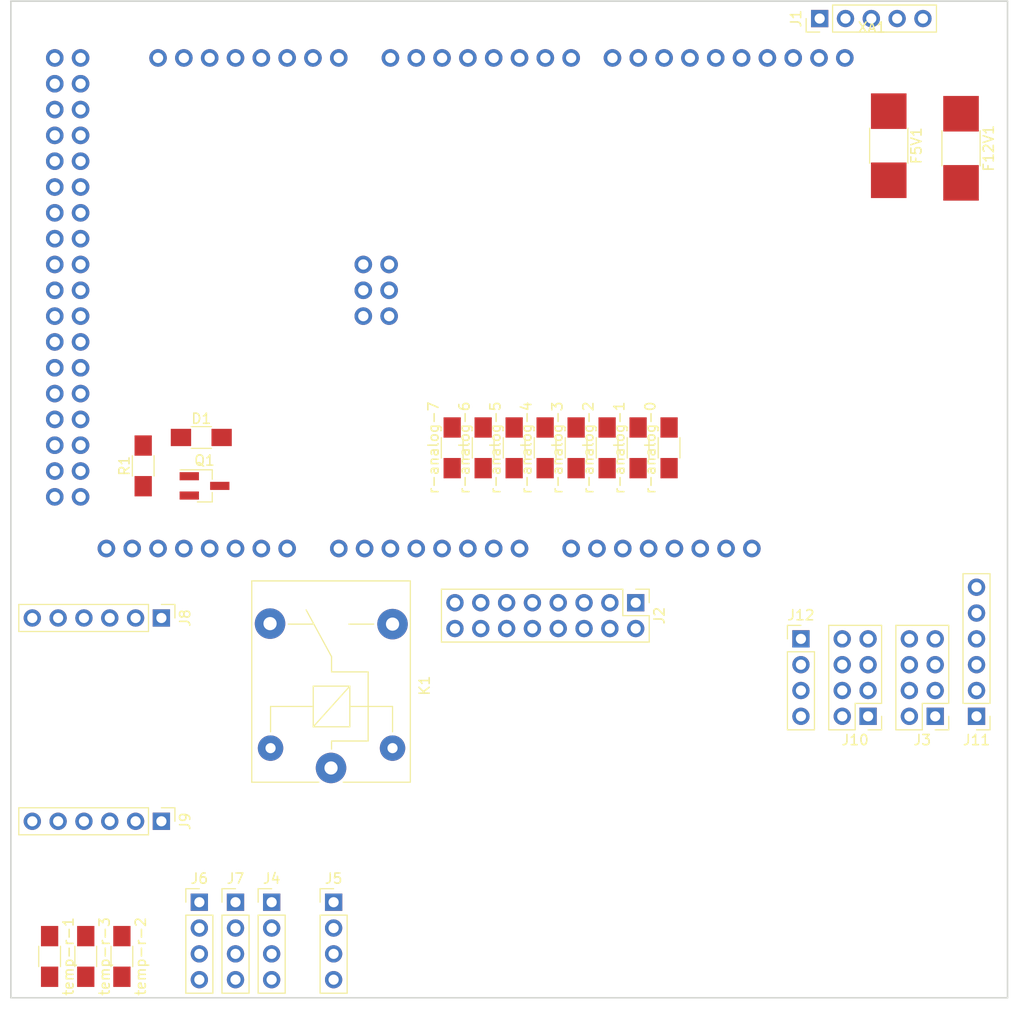
<source format=kicad_pcb>
(kicad_pcb (version 4) (host pcbnew 4.0.7)

  (general
    (links 105)
    (no_connects 105)
    (area 22.276999 24.308999 120.471001 122.503001)
    (thickness 1.6)
    (drawings 4)
    (tracks 0)
    (zones 0)
    (modules 30)
    (nets 46)
  )

  (page A4)
  (layers
    (0 F.Cu signal)
    (31 B.Cu signal)
    (32 B.Adhes user)
    (33 F.Adhes user)
    (34 B.Paste user)
    (35 F.Paste user)
    (36 B.SilkS user)
    (37 F.SilkS user)
    (38 B.Mask user)
    (39 F.Mask user)
    (40 Dwgs.User user)
    (41 Cmts.User user)
    (42 Eco1.User user)
    (43 Eco2.User user)
    (44 Edge.Cuts user)
    (45 Margin user)
    (46 B.CrtYd user)
    (47 F.CrtYd user)
    (48 B.Fab user)
    (49 F.Fab user)
  )

  (setup
    (last_trace_width 0.25)
    (trace_clearance 0.2)
    (zone_clearance 0.508)
    (zone_45_only yes)
    (trace_min 0.2)
    (segment_width 0.2)
    (edge_width 0.15)
    (via_size 0.6)
    (via_drill 0.4)
    (via_min_size 0.4)
    (via_min_drill 0.3)
    (uvia_size 0.3)
    (uvia_drill 0.1)
    (uvias_allowed no)
    (uvia_min_size 0.2)
    (uvia_min_drill 0.1)
    (pcb_text_width 0.3)
    (pcb_text_size 1.5 1.5)
    (mod_edge_width 0.15)
    (mod_text_size 1 1)
    (mod_text_width 0.15)
    (pad_size 1.524 1.524)
    (pad_drill 0.762)
    (pad_to_mask_clearance 0.2)
    (aux_axis_origin 0 0)
    (visible_elements 7FFFF7FF)
    (pcbplotparams
      (layerselection 0x010f0_80000001)
      (usegerberextensions true)
      (excludeedgelayer true)
      (linewidth 0.100000)
      (plotframeref false)
      (viasonmask false)
      (mode 1)
      (useauxorigin false)
      (hpglpennumber 1)
      (hpglpenspeed 20)
      (hpglpendiameter 15)
      (hpglpenoverlay 2)
      (psnegative false)
      (psa4output false)
      (plotreference true)
      (plotvalue true)
      (plotinvisibletext false)
      (padsonsilk false)
      (subtractmaskfromsilk false)
      (outputformat 1)
      (mirror false)
      (drillshape 0)
      (scaleselection 1)
      (outputdirectory ../gerber-arduino/))
  )

  (net 0 "")
  (net 1 5v)
  (net 2 gnd)
  (net 3 scl)
  (net 4 sda)
  (net 5 5v-input)
  (net 6 12v-input)
  (net 7 a0)
  (net 8 a1)
  (net 9 a2)
  (net 10 a3)
  (net 11 a4)
  (net 12 a5)
  (net 13 a6)
  (net 14 a7)
  (net 15 d4)
  (net 16 d2)
  (net 17 d3)
  (net 18 si)
  (net 19 so)
  (net 20 rst)
  (net 21 3v)
  (net 22 d0)
  (net 23 d1)
  (net 24 d5)
  (net 25 d6)
  (net 26 d7)
  (net 27 d8)
  (net 28 d9)
  (net 29 12v)
  (net 30 d19)
  (net 31 d18)
  (net 32 d17)
  (net 33 d16)
  (net 34 d15)
  (net 35 d14)
  (net 36 d12)
  (net 37 d11)
  (net 38 d10)
  (net 39 d13)
  (net 40 d22)
  (net 41 clk)
  (net 42 "Net-(D1-Pad2)")
  (net 43 "Net-(Q1-Pad1)")
  (net 44 d23)
  (net 45 12v-arduino)

  (net_class Default "This is the default net class."
    (clearance 0.2)
    (trace_width 0.25)
    (via_dia 0.6)
    (via_drill 0.4)
    (uvia_dia 0.3)
    (uvia_drill 0.1)
    (add_net 12v)
    (add_net 12v-arduino)
    (add_net 3v)
    (add_net 5v)
    (add_net "Net-(D1-Pad2)")
    (add_net "Net-(Q1-Pad1)")
    (add_net a0)
    (add_net a1)
    (add_net a2)
    (add_net a3)
    (add_net a4)
    (add_net a5)
    (add_net a6)
    (add_net a7)
    (add_net clk)
    (add_net d0)
    (add_net d1)
    (add_net d10)
    (add_net d11)
    (add_net d12)
    (add_net d13)
    (add_net d14)
    (add_net d15)
    (add_net d16)
    (add_net d17)
    (add_net d18)
    (add_net d19)
    (add_net d2)
    (add_net d22)
    (add_net d23)
    (add_net d3)
    (add_net d4)
    (add_net d5)
    (add_net d6)
    (add_net d7)
    (add_net d8)
    (add_net d9)
    (add_net gnd)
    (add_net rst)
    (add_net scl)
    (add_net sda)
    (add_net si)
    (add_net so)
  )

  (net_class power ""
    (clearance 0.5)
    (trace_width 1)
    (via_dia 1)
    (via_drill 0.8)
    (uvia_dia 0.8)
    (uvia_drill 0.3)
    (add_net 12v-input)
    (add_net 5v-input)
  )

  (module Arduino:Arduino_Mega2560_Shield-psw-mirror (layer F.Cu) (tedit 5ABA2E3E) (tstamp 5AA86348)
    (at 22.86 80.772)
    (descr https://store.arduino.cc/arduino-mega-2560-rev3)
    (path /5AA77350)
    (fp_text reference XA1 (at 84.2 -53.8) (layer F.SilkS)
      (effects (font (size 1 1) (thickness 0.15)))
    )
    (fp_text value Arduino_Mega2560_Shield (at 63.754 -53.34) (layer F.Fab)
      (effects (font (size 1 1) (thickness 0.15)))
    )
    (pad RST2 thru_hole oval (at 36.703 -25.4) (size 1.7272 1.7272) (drill 1.016) (layers *.Cu *.Mask))
    (pad GND4 thru_hole oval (at 34.163 -25.4) (size 1.7272 1.7272) (drill 1.016) (layers *.Cu *.Mask))
    (pad MOSI thru_hole oval (at 34.163 -27.94) (size 1.7272 1.7272) (drill 1.016) (layers *.Cu *.Mask)
      (net 18 si))
    (pad SCK thru_hole oval (at 36.703 -27.94) (size 1.7272 1.7272) (drill 1.016) (layers *.Cu *.Mask)
      (net 41 clk))
    (pad 5V2 thru_hole oval (at 34.163 -30.48) (size 1.7272 1.7272) (drill 1.016) (layers *.Cu *.Mask))
    (pad A0 thru_hole oval (at 49.53 -2.54) (size 1.7272 1.7272) (drill 1.016) (layers *.Cu *.Mask)
      (net 7 a0))
    (pad VIN thru_hole oval (at 54.61 -2.54) (size 1.7272 1.7272) (drill 1.016) (layers *.Cu *.Mask)
      (net 45 12v-arduino))
    (pad GND3 thru_hole oval (at 57.15 -2.54) (size 1.7272 1.7272) (drill 1.016) (layers *.Cu *.Mask)
      (net 2 gnd))
    (pad GND2 thru_hole oval (at 59.69 -2.54) (size 1.7272 1.7272) (drill 1.016) (layers *.Cu *.Mask)
      (net 2 gnd))
    (pad 5V1 thru_hole oval (at 62.23 -2.54) (size 1.7272 1.7272) (drill 1.016) (layers *.Cu *.Mask))
    (pad 3V3 thru_hole oval (at 64.77 -2.54) (size 1.7272 1.7272) (drill 1.016) (layers *.Cu *.Mask)
      (net 21 3v))
    (pad RST1 thru_hole oval (at 67.31 -2.54) (size 1.7272 1.7272) (drill 1.016) (layers *.Cu *.Mask)
      (net 20 rst))
    (pad IORF thru_hole oval (at 69.85 -2.54) (size 1.7272 1.7272) (drill 1.016) (layers *.Cu *.Mask))
    (pad D21 thru_hole oval (at 13.97 -50.8) (size 1.7272 1.7272) (drill 1.016) (layers *.Cu *.Mask))
    (pad D20 thru_hole oval (at 16.51 -50.8) (size 1.7272 1.7272) (drill 1.016) (layers *.Cu *.Mask))
    (pad D19 thru_hole oval (at 19.05 -50.8) (size 1.7272 1.7272) (drill 1.016) (layers *.Cu *.Mask)
      (net 30 d19))
    (pad D18 thru_hole oval (at 21.59 -50.8) (size 1.7272 1.7272) (drill 1.016) (layers *.Cu *.Mask)
      (net 31 d18))
    (pad D17 thru_hole oval (at 24.13 -50.8) (size 1.7272 1.7272) (drill 1.016) (layers *.Cu *.Mask)
      (net 32 d17))
    (pad D16 thru_hole oval (at 26.67 -50.8) (size 1.7272 1.7272) (drill 1.016) (layers *.Cu *.Mask)
      (net 33 d16))
    (pad D15 thru_hole oval (at 29.21 -50.8) (size 1.7272 1.7272) (drill 1.016) (layers *.Cu *.Mask)
      (net 34 d15))
    (pad D14 thru_hole oval (at 31.75 -50.8) (size 1.7272 1.7272) (drill 1.016) (layers *.Cu *.Mask)
      (net 35 d14))
    (pad D0 thru_hole oval (at 36.83 -50.8) (size 1.7272 1.7272) (drill 1.016) (layers *.Cu *.Mask)
      (net 22 d0))
    (pad D1 thru_hole oval (at 39.37 -50.8) (size 1.7272 1.7272) (drill 1.016) (layers *.Cu *.Mask)
      (net 23 d1))
    (pad D2 thru_hole oval (at 41.91 -50.8) (size 1.7272 1.7272) (drill 1.016) (layers *.Cu *.Mask)
      (net 16 d2))
    (pad D3 thru_hole oval (at 44.45 -50.8) (size 1.7272 1.7272) (drill 1.016) (layers *.Cu *.Mask)
      (net 17 d3))
    (pad D4 thru_hole oval (at 46.99 -50.8) (size 1.7272 1.7272) (drill 1.016) (layers *.Cu *.Mask)
      (net 15 d4))
    (pad D5 thru_hole oval (at 49.53 -50.8) (size 1.7272 1.7272) (drill 1.016) (layers *.Cu *.Mask)
      (net 24 d5))
    (pad D6 thru_hole oval (at 52.07 -50.8) (size 1.7272 1.7272) (drill 1.016) (layers *.Cu *.Mask)
      (net 25 d6))
    (pad D7 thru_hole oval (at 54.61 -50.8) (size 1.7272 1.7272) (drill 1.016) (layers *.Cu *.Mask)
      (net 26 d7))
    (pad GND1 thru_hole oval (at 73.914 -50.8) (size 1.7272 1.7272) (drill 1.016) (layers *.Cu *.Mask)
      (net 2 gnd))
    (pad D8 thru_hole oval (at 58.674 -50.8) (size 1.7272 1.7272) (drill 1.016) (layers *.Cu *.Mask)
      (net 27 d8))
    (pad D9 thru_hole oval (at 61.214 -50.8) (size 1.7272 1.7272) (drill 1.016) (layers *.Cu *.Mask)
      (net 28 d9))
    (pad D10 thru_hole oval (at 63.754 -50.8) (size 1.7272 1.7272) (drill 1.016) (layers *.Cu *.Mask)
      (net 38 d10))
    (pad SCL thru_hole oval (at 81.534 -50.8) (size 1.7272 1.7272) (drill 1.016) (layers *.Cu *.Mask)
      (net 3 scl))
    (pad SDA thru_hole oval (at 78.994 -50.8) (size 1.7272 1.7272) (drill 1.016) (layers *.Cu *.Mask)
      (net 4 sda))
    (pad AREF thru_hole oval (at 76.454 -50.8) (size 1.7272 1.7272) (drill 1.016) (layers *.Cu *.Mask))
    (pad D13 thru_hole oval (at 71.374 -50.8) (size 1.7272 1.7272) (drill 1.016) (layers *.Cu *.Mask)
      (net 39 d13))
    (pad D12 thru_hole oval (at 68.834 -50.8) (size 1.7272 1.7272) (drill 1.016) (layers *.Cu *.Mask)
      (net 36 d12))
    (pad D11 thru_hole oval (at 66.294 -50.8) (size 1.7272 1.7272) (drill 1.016) (layers *.Cu *.Mask)
      (net 37 d11))
    (pad "" thru_hole oval (at 72.39 -2.54) (size 1.7272 1.7272) (drill 1.016) (layers *.Cu *.Mask))
    (pad A1 thru_hole oval (at 46.99 -2.54) (size 1.7272 1.7272) (drill 1.016) (layers *.Cu *.Mask)
      (net 8 a1))
    (pad A2 thru_hole oval (at 44.45 -2.54) (size 1.7272 1.7272) (drill 1.016) (layers *.Cu *.Mask)
      (net 9 a2))
    (pad A3 thru_hole oval (at 41.91 -2.54) (size 1.7272 1.7272) (drill 1.016) (layers *.Cu *.Mask)
      (net 10 a3))
    (pad A4 thru_hole oval (at 39.37 -2.54) (size 1.7272 1.7272) (drill 1.016) (layers *.Cu *.Mask)
      (net 11 a4))
    (pad A5 thru_hole oval (at 36.83 -2.54) (size 1.7272 1.7272) (drill 1.016) (layers *.Cu *.Mask)
      (net 12 a5))
    (pad A6 thru_hole oval (at 34.29 -2.54) (size 1.7272 1.7272) (drill 1.016) (layers *.Cu *.Mask)
      (net 13 a6))
    (pad A7 thru_hole oval (at 31.75 -2.54) (size 1.7272 1.7272) (drill 1.016) (layers *.Cu *.Mask)
      (net 14 a7))
    (pad A8 thru_hole oval (at 26.67 -2.54) (size 1.7272 1.7272) (drill 1.016) (layers *.Cu *.Mask))
    (pad A9 thru_hole oval (at 24.13 -2.54) (size 1.7272 1.7272) (drill 1.016) (layers *.Cu *.Mask))
    (pad A10 thru_hole oval (at 21.59 -2.54) (size 1.7272 1.7272) (drill 1.016) (layers *.Cu *.Mask))
    (pad A11 thru_hole oval (at 19.05 -2.54) (size 1.7272 1.7272) (drill 1.016) (layers *.Cu *.Mask))
    (pad A12 thru_hole oval (at 16.51 -2.54) (size 1.7272 1.7272) (drill 1.016) (layers *.Cu *.Mask))
    (pad A13 thru_hole oval (at 13.97 -2.54) (size 1.7272 1.7272) (drill 1.016) (layers *.Cu *.Mask))
    (pad A14 thru_hole oval (at 11.43 -2.54) (size 1.7272 1.7272) (drill 1.016) (layers *.Cu *.Mask))
    (pad A15 thru_hole oval (at 8.89 -2.54) (size 1.7272 1.7272) (drill 1.016) (layers *.Cu *.Mask))
    (pad 5V3 thru_hole oval (at 6.35 -50.8) (size 1.7272 1.7272) (drill 1.016) (layers *.Cu *.Mask))
    (pad 5V4 thru_hole oval (at 3.81 -50.8) (size 1.7272 1.7272) (drill 1.016) (layers *.Cu *.Mask))
    (pad D22 thru_hole oval (at 6.35 -48.26) (size 1.7272 1.7272) (drill 1.016) (layers *.Cu *.Mask)
      (net 40 d22))
    (pad D23 thru_hole oval (at 3.81 -48.26) (size 1.7272 1.7272) (drill 1.016) (layers *.Cu *.Mask)
      (net 44 d23))
    (pad D24 thru_hole oval (at 6.35 -45.72) (size 1.7272 1.7272) (drill 1.016) (layers *.Cu *.Mask))
    (pad D25 thru_hole oval (at 3.81 -45.72) (size 1.7272 1.7272) (drill 1.016) (layers *.Cu *.Mask))
    (pad D26 thru_hole oval (at 6.35 -43.18) (size 1.7272 1.7272) (drill 1.016) (layers *.Cu *.Mask))
    (pad D27 thru_hole oval (at 3.81 -43.18) (size 1.7272 1.7272) (drill 1.016) (layers *.Cu *.Mask))
    (pad D28 thru_hole oval (at 6.35 -40.64) (size 1.7272 1.7272) (drill 1.016) (layers *.Cu *.Mask))
    (pad D29 thru_hole oval (at 3.81 -40.64) (size 1.7272 1.7272) (drill 1.016) (layers *.Cu *.Mask))
    (pad D30 thru_hole oval (at 6.35 -38.1) (size 1.7272 1.7272) (drill 1.016) (layers *.Cu *.Mask))
    (pad D31 thru_hole oval (at 3.81 -38.1) (size 1.7272 1.7272) (drill 1.016) (layers *.Cu *.Mask))
    (pad D32 thru_hole oval (at 6.35 -35.56) (size 1.7272 1.7272) (drill 1.016) (layers *.Cu *.Mask))
    (pad D33 thru_hole oval (at 3.81 -35.56) (size 1.7272 1.7272) (drill 1.016) (layers *.Cu *.Mask))
    (pad D34 thru_hole oval (at 6.35 -33.02) (size 1.7272 1.7272) (drill 1.016) (layers *.Cu *.Mask))
    (pad D35 thru_hole oval (at 3.81 -33.02) (size 1.7272 1.7272) (drill 1.016) (layers *.Cu *.Mask))
    (pad D36 thru_hole oval (at 6.35 -30.48) (size 1.7272 1.7272) (drill 1.016) (layers *.Cu *.Mask))
    (pad D37 thru_hole oval (at 3.81 -30.48) (size 1.7272 1.7272) (drill 1.016) (layers *.Cu *.Mask))
    (pad D38 thru_hole oval (at 6.35 -27.94) (size 1.7272 1.7272) (drill 1.016) (layers *.Cu *.Mask))
    (pad D39 thru_hole oval (at 3.81 -27.94) (size 1.7272 1.7272) (drill 1.016) (layers *.Cu *.Mask))
    (pad D40 thru_hole oval (at 6.35 -25.4) (size 1.7272 1.7272) (drill 1.016) (layers *.Cu *.Mask))
    (pad D41 thru_hole oval (at 3.81 -25.4) (size 1.7272 1.7272) (drill 1.016) (layers *.Cu *.Mask))
    (pad D42 thru_hole oval (at 6.35 -22.86) (size 1.7272 1.7272) (drill 1.016) (layers *.Cu *.Mask))
    (pad D43 thru_hole oval (at 3.81 -22.86) (size 1.7272 1.7272) (drill 1.016) (layers *.Cu *.Mask))
    (pad D44 thru_hole oval (at 6.35 -20.32) (size 1.7272 1.7272) (drill 1.016) (layers *.Cu *.Mask))
    (pad D45 thru_hole oval (at 3.81 -20.32) (size 1.7272 1.7272) (drill 1.016) (layers *.Cu *.Mask))
    (pad D46 thru_hole oval (at 6.35 -17.78) (size 1.7272 1.7272) (drill 1.016) (layers *.Cu *.Mask))
    (pad D47 thru_hole oval (at 3.81 -17.78) (size 1.7272 1.7272) (drill 1.016) (layers *.Cu *.Mask))
    (pad D48 thru_hole oval (at 6.35 -15.24) (size 1.7272 1.7272) (drill 1.016) (layers *.Cu *.Mask))
    (pad D49 thru_hole oval (at 3.81 -15.24) (size 1.7272 1.7272) (drill 1.016) (layers *.Cu *.Mask))
    (pad D50 thru_hole oval (at 6.35 -12.7) (size 1.7272 1.7272) (drill 1.016) (layers *.Cu *.Mask))
    (pad D51 thru_hole oval (at 3.81 -12.7) (size 1.7272 1.7272) (drill 1.016) (layers *.Cu *.Mask))
    (pad D52 thru_hole oval (at 6.35 -10.16) (size 1.7272 1.7272) (drill 1.016) (layers *.Cu *.Mask))
    (pad D53 thru_hole oval (at 3.81 -10.16) (size 1.7272 1.7272) (drill 1.016) (layers *.Cu *.Mask))
    (pad GND5 thru_hole oval (at 6.35 -7.62) (size 1.7272 1.7272) (drill 1.016) (layers *.Cu *.Mask)
      (net 2 gnd))
    (pad GND6 thru_hole oval (at 3.81 -7.62) (size 1.7272 1.7272) (drill 1.016) (layers *.Cu *.Mask)
      (net 2 gnd))
    (pad MISO thru_hole oval (at 36.703 -30.48) (size 1.7272 1.7272) (drill 1.016) (layers *.Cu *.Mask)
      (net 19 so))
  )

  (module Pin_Headers:Pin_Header_Straight_1x06_Pitch2.54mm (layer F.Cu) (tedit 59650532) (tstamp 5A9B13D2)
    (at 37.1605 105.068 270)
    (descr "Through hole straight pin header, 1x06, 2.54mm pitch, single row")
    (tags "Through hole pin header THT 1x06 2.54mm single row")
    (path /5A9BEE2F)
    (fp_text reference J9 (at 0 -2.33 270) (layer F.SilkS)
      (effects (font (size 1 1) (thickness 0.15)))
    )
    (fp_text value eth-2 (at 0 15.03 270) (layer F.Fab)
      (effects (font (size 1 1) (thickness 0.15)))
    )
    (fp_line (start -0.635 -1.27) (end 1.27 -1.27) (layer F.Fab) (width 0.1))
    (fp_line (start 1.27 -1.27) (end 1.27 13.97) (layer F.Fab) (width 0.1))
    (fp_line (start 1.27 13.97) (end -1.27 13.97) (layer F.Fab) (width 0.1))
    (fp_line (start -1.27 13.97) (end -1.27 -0.635) (layer F.Fab) (width 0.1))
    (fp_line (start -1.27 -0.635) (end -0.635 -1.27) (layer F.Fab) (width 0.1))
    (fp_line (start -1.33 14.03) (end 1.33 14.03) (layer F.SilkS) (width 0.12))
    (fp_line (start -1.33 1.27) (end -1.33 14.03) (layer F.SilkS) (width 0.12))
    (fp_line (start 1.33 1.27) (end 1.33 14.03) (layer F.SilkS) (width 0.12))
    (fp_line (start -1.33 1.27) (end 1.33 1.27) (layer F.SilkS) (width 0.12))
    (fp_line (start -1.33 0) (end -1.33 -1.33) (layer F.SilkS) (width 0.12))
    (fp_line (start -1.33 -1.33) (end 0 -1.33) (layer F.SilkS) (width 0.12))
    (fp_line (start -1.8 -1.8) (end -1.8 14.5) (layer F.CrtYd) (width 0.05))
    (fp_line (start -1.8 14.5) (end 1.8 14.5) (layer F.CrtYd) (width 0.05))
    (fp_line (start 1.8 14.5) (end 1.8 -1.8) (layer F.CrtYd) (width 0.05))
    (fp_line (start 1.8 -1.8) (end -1.8 -1.8) (layer F.CrtYd) (width 0.05))
    (fp_text user %R (at 0 6.35 360) (layer F.Fab)
      (effects (font (size 1 1) (thickness 0.15)))
    )
    (pad 1 thru_hole rect (at 0 0 270) (size 1.7 1.7) (drill 1) (layers *.Cu *.Mask)
      (net 2 gnd))
    (pad 2 thru_hole oval (at 0 2.54 270) (size 1.7 1.7) (drill 1) (layers *.Cu *.Mask)
      (net 21 3v))
    (pad 3 thru_hole oval (at 0 5.08 270) (size 1.7 1.7) (drill 1) (layers *.Cu *.Mask)
      (net 21 3v))
    (pad 4 thru_hole oval (at 0 7.62 270) (size 1.7 1.7) (drill 1) (layers *.Cu *.Mask))
    (pad 5 thru_hole oval (at 0 10.16 270) (size 1.7 1.7) (drill 1) (layers *.Cu *.Mask)
      (net 20 rst))
    (pad 6 thru_hole oval (at 0 12.7 270) (size 1.7 1.7) (drill 1) (layers *.Cu *.Mask)
      (net 19 so))
    (model ${KISYS3DMOD}/Pin_Headers.3dshapes/Pin_Header_Straight_1x06_Pitch2.54mm.wrl
      (at (xyz 0 0 0))
      (scale (xyz 1 1 1))
      (rotate (xyz 0 0 0))
    )
  )

  (module Resistors_SMD:R_1812_HandSoldering (layer F.Cu) (tedit 58E0A804) (tstamp 5A9B0D17)
    (at 108.712 38.608 270)
    (descr "Resistor SMD 1812, hand soldering, Panasonic (see ERJ12)")
    (tags "resistor 1812")
    (path /5A9B5686)
    (attr smd)
    (fp_text reference F5V1 (at 0 -2.72 270) (layer F.SilkS)
      (effects (font (size 1 1) (thickness 0.15)))
    )
    (fp_text value R (at 0 2.85 270) (layer F.Fab)
      (effects (font (size 1 1) (thickness 0.15)))
    )
    (fp_text user %R (at 0 0 270) (layer F.Fab)
      (effects (font (size 1 1) (thickness 0.15)))
    )
    (fp_line (start -2.25 1.6) (end -2.25 -1.6) (layer F.Fab) (width 0.1))
    (fp_line (start 2.25 1.6) (end -2.25 1.6) (layer F.Fab) (width 0.1))
    (fp_line (start 2.25 -1.6) (end 2.25 1.6) (layer F.Fab) (width 0.1))
    (fp_line (start -2.25 -1.6) (end 2.25 -1.6) (layer F.Fab) (width 0.1))
    (fp_line (start -1.73 1.88) (end 1.73 1.88) (layer F.SilkS) (width 0.12))
    (fp_line (start -1.73 -1.88) (end 1.73 -1.88) (layer F.SilkS) (width 0.12))
    (fp_line (start -5.41 -2) (end 5.4 -2) (layer F.CrtYd) (width 0.05))
    (fp_line (start -5.41 -2) (end -5.41 2) (layer F.CrtYd) (width 0.05))
    (fp_line (start 5.4 2) (end 5.4 -2) (layer F.CrtYd) (width 0.05))
    (fp_line (start 5.4 2) (end -5.41 2) (layer F.CrtYd) (width 0.05))
    (pad 1 smd rect (at -3.4 0 270) (size 3.5 3.5) (layers F.Cu F.Paste F.Mask)
      (net 5 5v-input))
    (pad 2 smd rect (at 3.4 0 270) (size 3.5 3.5) (layers F.Cu F.Paste F.Mask)
      (net 1 5v))
    (model ${KISYS3DMOD}/Resistors_SMD.3dshapes/R_1812.wrl
      (at (xyz 0 0 0))
      (scale (xyz 1 1 1))
      (rotate (xyz 0 0 0))
    )
  )

  (module Resistors_SMD:R_1812_HandSoldering (layer F.Cu) (tedit 58E0A804) (tstamp 5A9B0D1D)
    (at 115.824 38.862 270)
    (descr "Resistor SMD 1812, hand soldering, Panasonic (see ERJ12)")
    (tags "resistor 1812")
    (path /5A9B5272)
    (attr smd)
    (fp_text reference F12V1 (at 0 -2.72 270) (layer F.SilkS)
      (effects (font (size 1 1) (thickness 0.15)))
    )
    (fp_text value R (at 0 2.85 270) (layer F.Fab)
      (effects (font (size 1 1) (thickness 0.15)))
    )
    (fp_text user %R (at 0 0 270) (layer F.Fab)
      (effects (font (size 1 1) (thickness 0.15)))
    )
    (fp_line (start -2.25 1.6) (end -2.25 -1.6) (layer F.Fab) (width 0.1))
    (fp_line (start 2.25 1.6) (end -2.25 1.6) (layer F.Fab) (width 0.1))
    (fp_line (start 2.25 -1.6) (end 2.25 1.6) (layer F.Fab) (width 0.1))
    (fp_line (start -2.25 -1.6) (end 2.25 -1.6) (layer F.Fab) (width 0.1))
    (fp_line (start -1.73 1.88) (end 1.73 1.88) (layer F.SilkS) (width 0.12))
    (fp_line (start -1.73 -1.88) (end 1.73 -1.88) (layer F.SilkS) (width 0.12))
    (fp_line (start -5.41 -2) (end 5.4 -2) (layer F.CrtYd) (width 0.05))
    (fp_line (start -5.41 -2) (end -5.41 2) (layer F.CrtYd) (width 0.05))
    (fp_line (start 5.4 2) (end 5.4 -2) (layer F.CrtYd) (width 0.05))
    (fp_line (start 5.4 2) (end -5.41 2) (layer F.CrtYd) (width 0.05))
    (pad 1 smd rect (at -3.4 0 270) (size 3.5 3.5) (layers F.Cu F.Paste F.Mask)
      (net 6 12v-input))
    (pad 2 smd rect (at 3.4 0 270) (size 3.5 3.5) (layers F.Cu F.Paste F.Mask)
      (net 29 12v))
    (model ${KISYS3DMOD}/Resistors_SMD.3dshapes/R_1812.wrl
      (at (xyz 0 0 0))
      (scale (xyz 1 1 1))
      (rotate (xyz 0 0 0))
    )
  )

  (module Resistors_SMD:R_1206_HandSoldering (layer F.Cu) (tedit 58E0A804) (tstamp 5A9B0D7F)
    (at 87.103 68.3275 90)
    (descr "Resistor SMD 1206, hand soldering")
    (tags "resistor 1206")
    (path /5A9AF210)
    (attr smd)
    (fp_text reference r-analog-0 (at 0 -1.85 90) (layer F.SilkS)
      (effects (font (size 1 1) (thickness 0.15)))
    )
    (fp_text value R (at 0 1.9 90) (layer F.Fab)
      (effects (font (size 1 1) (thickness 0.15)))
    )
    (fp_text user %R (at 0 0 90) (layer F.Fab)
      (effects (font (size 0.7 0.7) (thickness 0.105)))
    )
    (fp_line (start -1.6 0.8) (end -1.6 -0.8) (layer F.Fab) (width 0.1))
    (fp_line (start 1.6 0.8) (end -1.6 0.8) (layer F.Fab) (width 0.1))
    (fp_line (start 1.6 -0.8) (end 1.6 0.8) (layer F.Fab) (width 0.1))
    (fp_line (start -1.6 -0.8) (end 1.6 -0.8) (layer F.Fab) (width 0.1))
    (fp_line (start 1 1.07) (end -1 1.07) (layer F.SilkS) (width 0.12))
    (fp_line (start -1 -1.07) (end 1 -1.07) (layer F.SilkS) (width 0.12))
    (fp_line (start -3.25 -1.11) (end 3.25 -1.11) (layer F.CrtYd) (width 0.05))
    (fp_line (start -3.25 -1.11) (end -3.25 1.1) (layer F.CrtYd) (width 0.05))
    (fp_line (start 3.25 1.1) (end 3.25 -1.11) (layer F.CrtYd) (width 0.05))
    (fp_line (start 3.25 1.1) (end -3.25 1.1) (layer F.CrtYd) (width 0.05))
    (pad 1 smd rect (at -2 0 90) (size 2 1.7) (layers F.Cu F.Paste F.Mask)
      (net 1 5v))
    (pad 2 smd rect (at 2 0 90) (size 2 1.7) (layers F.Cu F.Paste F.Mask)
      (net 7 a0))
    (model ${KISYS3DMOD}/Resistors_SMD.3dshapes/R_1206.wrl
      (at (xyz 0 0 0))
      (scale (xyz 1 1 1))
      (rotate (xyz 0 0 0))
    )
  )

  (module Resistors_SMD:R_1206_HandSoldering (layer F.Cu) (tedit 58E0A804) (tstamp 5A9B0D85)
    (at 84.055 68.3275 90)
    (descr "Resistor SMD 1206, hand soldering")
    (tags "resistor 1206")
    (path /5A9B1166)
    (attr smd)
    (fp_text reference r-analog-1 (at 0 -1.85 90) (layer F.SilkS)
      (effects (font (size 1 1) (thickness 0.15)))
    )
    (fp_text value R (at 0 1.9 90) (layer F.Fab)
      (effects (font (size 1 1) (thickness 0.15)))
    )
    (fp_text user %R (at 0 0 90) (layer F.Fab)
      (effects (font (size 0.7 0.7) (thickness 0.105)))
    )
    (fp_line (start -1.6 0.8) (end -1.6 -0.8) (layer F.Fab) (width 0.1))
    (fp_line (start 1.6 0.8) (end -1.6 0.8) (layer F.Fab) (width 0.1))
    (fp_line (start 1.6 -0.8) (end 1.6 0.8) (layer F.Fab) (width 0.1))
    (fp_line (start -1.6 -0.8) (end 1.6 -0.8) (layer F.Fab) (width 0.1))
    (fp_line (start 1 1.07) (end -1 1.07) (layer F.SilkS) (width 0.12))
    (fp_line (start -1 -1.07) (end 1 -1.07) (layer F.SilkS) (width 0.12))
    (fp_line (start -3.25 -1.11) (end 3.25 -1.11) (layer F.CrtYd) (width 0.05))
    (fp_line (start -3.25 -1.11) (end -3.25 1.1) (layer F.CrtYd) (width 0.05))
    (fp_line (start 3.25 1.1) (end 3.25 -1.11) (layer F.CrtYd) (width 0.05))
    (fp_line (start 3.25 1.1) (end -3.25 1.1) (layer F.CrtYd) (width 0.05))
    (pad 1 smd rect (at -2 0 90) (size 2 1.7) (layers F.Cu F.Paste F.Mask)
      (net 1 5v))
    (pad 2 smd rect (at 2 0 90) (size 2 1.7) (layers F.Cu F.Paste F.Mask)
      (net 8 a1))
    (model ${KISYS3DMOD}/Resistors_SMD.3dshapes/R_1206.wrl
      (at (xyz 0 0 0))
      (scale (xyz 1 1 1))
      (rotate (xyz 0 0 0))
    )
  )

  (module Resistors_SMD:R_1206_HandSoldering (layer F.Cu) (tedit 58E0A804) (tstamp 5A9B0D8B)
    (at 81.007 68.3275 90)
    (descr "Resistor SMD 1206, hand soldering")
    (tags "resistor 1206")
    (path /5A9B1226)
    (attr smd)
    (fp_text reference r-analog-2 (at 0 -1.85 90) (layer F.SilkS)
      (effects (font (size 1 1) (thickness 0.15)))
    )
    (fp_text value R (at 0 1.9 90) (layer F.Fab)
      (effects (font (size 1 1) (thickness 0.15)))
    )
    (fp_text user %R (at 0 0 90) (layer F.Fab)
      (effects (font (size 0.7 0.7) (thickness 0.105)))
    )
    (fp_line (start -1.6 0.8) (end -1.6 -0.8) (layer F.Fab) (width 0.1))
    (fp_line (start 1.6 0.8) (end -1.6 0.8) (layer F.Fab) (width 0.1))
    (fp_line (start 1.6 -0.8) (end 1.6 0.8) (layer F.Fab) (width 0.1))
    (fp_line (start -1.6 -0.8) (end 1.6 -0.8) (layer F.Fab) (width 0.1))
    (fp_line (start 1 1.07) (end -1 1.07) (layer F.SilkS) (width 0.12))
    (fp_line (start -1 -1.07) (end 1 -1.07) (layer F.SilkS) (width 0.12))
    (fp_line (start -3.25 -1.11) (end 3.25 -1.11) (layer F.CrtYd) (width 0.05))
    (fp_line (start -3.25 -1.11) (end -3.25 1.1) (layer F.CrtYd) (width 0.05))
    (fp_line (start 3.25 1.1) (end 3.25 -1.11) (layer F.CrtYd) (width 0.05))
    (fp_line (start 3.25 1.1) (end -3.25 1.1) (layer F.CrtYd) (width 0.05))
    (pad 1 smd rect (at -2 0 90) (size 2 1.7) (layers F.Cu F.Paste F.Mask)
      (net 1 5v))
    (pad 2 smd rect (at 2 0 90) (size 2 1.7) (layers F.Cu F.Paste F.Mask)
      (net 9 a2))
    (model ${KISYS3DMOD}/Resistors_SMD.3dshapes/R_1206.wrl
      (at (xyz 0 0 0))
      (scale (xyz 1 1 1))
      (rotate (xyz 0 0 0))
    )
  )

  (module Resistors_SMD:R_1206_HandSoldering (layer F.Cu) (tedit 58E0A804) (tstamp 5A9B0D91)
    (at 77.959 68.3275 90)
    (descr "Resistor SMD 1206, hand soldering")
    (tags "resistor 1206")
    (path /5A9B1236)
    (attr smd)
    (fp_text reference r-analog-3 (at 0 -1.85 90) (layer F.SilkS)
      (effects (font (size 1 1) (thickness 0.15)))
    )
    (fp_text value R (at 0 1.9 90) (layer F.Fab)
      (effects (font (size 1 1) (thickness 0.15)))
    )
    (fp_text user %R (at 0 0 90) (layer F.Fab)
      (effects (font (size 0.7 0.7) (thickness 0.105)))
    )
    (fp_line (start -1.6 0.8) (end -1.6 -0.8) (layer F.Fab) (width 0.1))
    (fp_line (start 1.6 0.8) (end -1.6 0.8) (layer F.Fab) (width 0.1))
    (fp_line (start 1.6 -0.8) (end 1.6 0.8) (layer F.Fab) (width 0.1))
    (fp_line (start -1.6 -0.8) (end 1.6 -0.8) (layer F.Fab) (width 0.1))
    (fp_line (start 1 1.07) (end -1 1.07) (layer F.SilkS) (width 0.12))
    (fp_line (start -1 -1.07) (end 1 -1.07) (layer F.SilkS) (width 0.12))
    (fp_line (start -3.25 -1.11) (end 3.25 -1.11) (layer F.CrtYd) (width 0.05))
    (fp_line (start -3.25 -1.11) (end -3.25 1.1) (layer F.CrtYd) (width 0.05))
    (fp_line (start 3.25 1.1) (end 3.25 -1.11) (layer F.CrtYd) (width 0.05))
    (fp_line (start 3.25 1.1) (end -3.25 1.1) (layer F.CrtYd) (width 0.05))
    (pad 1 smd rect (at -2 0 90) (size 2 1.7) (layers F.Cu F.Paste F.Mask)
      (net 1 5v))
    (pad 2 smd rect (at 2 0 90) (size 2 1.7) (layers F.Cu F.Paste F.Mask)
      (net 10 a3))
    (model ${KISYS3DMOD}/Resistors_SMD.3dshapes/R_1206.wrl
      (at (xyz 0 0 0))
      (scale (xyz 1 1 1))
      (rotate (xyz 0 0 0))
    )
  )

  (module Resistors_SMD:R_1206_HandSoldering (layer F.Cu) (tedit 58E0A804) (tstamp 5A9B0D97)
    (at 74.911 68.3275 90)
    (descr "Resistor SMD 1206, hand soldering")
    (tags "resistor 1206")
    (path /5A9B1472)
    (attr smd)
    (fp_text reference r-analog-4 (at 0 -1.85 90) (layer F.SilkS)
      (effects (font (size 1 1) (thickness 0.15)))
    )
    (fp_text value R (at 0 1.9 90) (layer F.Fab)
      (effects (font (size 1 1) (thickness 0.15)))
    )
    (fp_text user %R (at 0 0 90) (layer F.Fab)
      (effects (font (size 0.7 0.7) (thickness 0.105)))
    )
    (fp_line (start -1.6 0.8) (end -1.6 -0.8) (layer F.Fab) (width 0.1))
    (fp_line (start 1.6 0.8) (end -1.6 0.8) (layer F.Fab) (width 0.1))
    (fp_line (start 1.6 -0.8) (end 1.6 0.8) (layer F.Fab) (width 0.1))
    (fp_line (start -1.6 -0.8) (end 1.6 -0.8) (layer F.Fab) (width 0.1))
    (fp_line (start 1 1.07) (end -1 1.07) (layer F.SilkS) (width 0.12))
    (fp_line (start -1 -1.07) (end 1 -1.07) (layer F.SilkS) (width 0.12))
    (fp_line (start -3.25 -1.11) (end 3.25 -1.11) (layer F.CrtYd) (width 0.05))
    (fp_line (start -3.25 -1.11) (end -3.25 1.1) (layer F.CrtYd) (width 0.05))
    (fp_line (start 3.25 1.1) (end 3.25 -1.11) (layer F.CrtYd) (width 0.05))
    (fp_line (start 3.25 1.1) (end -3.25 1.1) (layer F.CrtYd) (width 0.05))
    (pad 1 smd rect (at -2 0 90) (size 2 1.7) (layers F.Cu F.Paste F.Mask)
      (net 1 5v))
    (pad 2 smd rect (at 2 0 90) (size 2 1.7) (layers F.Cu F.Paste F.Mask)
      (net 11 a4))
    (model ${KISYS3DMOD}/Resistors_SMD.3dshapes/R_1206.wrl
      (at (xyz 0 0 0))
      (scale (xyz 1 1 1))
      (rotate (xyz 0 0 0))
    )
  )

  (module Resistors_SMD:R_1206_HandSoldering (layer F.Cu) (tedit 58E0A804) (tstamp 5A9B0D9D)
    (at 71.863 68.3275 90)
    (descr "Resistor SMD 1206, hand soldering")
    (tags "resistor 1206")
    (path /5A9B1482)
    (attr smd)
    (fp_text reference r-analog-5 (at 0 -1.85 90) (layer F.SilkS)
      (effects (font (size 1 1) (thickness 0.15)))
    )
    (fp_text value R (at 0 1.9 90) (layer F.Fab)
      (effects (font (size 1 1) (thickness 0.15)))
    )
    (fp_text user %R (at 0 0 90) (layer F.Fab)
      (effects (font (size 0.7 0.7) (thickness 0.105)))
    )
    (fp_line (start -1.6 0.8) (end -1.6 -0.8) (layer F.Fab) (width 0.1))
    (fp_line (start 1.6 0.8) (end -1.6 0.8) (layer F.Fab) (width 0.1))
    (fp_line (start 1.6 -0.8) (end 1.6 0.8) (layer F.Fab) (width 0.1))
    (fp_line (start -1.6 -0.8) (end 1.6 -0.8) (layer F.Fab) (width 0.1))
    (fp_line (start 1 1.07) (end -1 1.07) (layer F.SilkS) (width 0.12))
    (fp_line (start -1 -1.07) (end 1 -1.07) (layer F.SilkS) (width 0.12))
    (fp_line (start -3.25 -1.11) (end 3.25 -1.11) (layer F.CrtYd) (width 0.05))
    (fp_line (start -3.25 -1.11) (end -3.25 1.1) (layer F.CrtYd) (width 0.05))
    (fp_line (start 3.25 1.1) (end 3.25 -1.11) (layer F.CrtYd) (width 0.05))
    (fp_line (start 3.25 1.1) (end -3.25 1.1) (layer F.CrtYd) (width 0.05))
    (pad 1 smd rect (at -2 0 90) (size 2 1.7) (layers F.Cu F.Paste F.Mask)
      (net 1 5v))
    (pad 2 smd rect (at 2 0 90) (size 2 1.7) (layers F.Cu F.Paste F.Mask)
      (net 12 a5))
    (model ${KISYS3DMOD}/Resistors_SMD.3dshapes/R_1206.wrl
      (at (xyz 0 0 0))
      (scale (xyz 1 1 1))
      (rotate (xyz 0 0 0))
    )
  )

  (module Resistors_SMD:R_1206_HandSoldering (layer F.Cu) (tedit 58E0A804) (tstamp 5A9B0DA3)
    (at 68.815 68.3275 90)
    (descr "Resistor SMD 1206, hand soldering")
    (tags "resistor 1206")
    (path /5A9B1492)
    (attr smd)
    (fp_text reference r-analog-6 (at 0 -1.85 90) (layer F.SilkS)
      (effects (font (size 1 1) (thickness 0.15)))
    )
    (fp_text value R (at 0 1.9 90) (layer F.Fab)
      (effects (font (size 1 1) (thickness 0.15)))
    )
    (fp_text user %R (at 0 0 90) (layer F.Fab)
      (effects (font (size 0.7 0.7) (thickness 0.105)))
    )
    (fp_line (start -1.6 0.8) (end -1.6 -0.8) (layer F.Fab) (width 0.1))
    (fp_line (start 1.6 0.8) (end -1.6 0.8) (layer F.Fab) (width 0.1))
    (fp_line (start 1.6 -0.8) (end 1.6 0.8) (layer F.Fab) (width 0.1))
    (fp_line (start -1.6 -0.8) (end 1.6 -0.8) (layer F.Fab) (width 0.1))
    (fp_line (start 1 1.07) (end -1 1.07) (layer F.SilkS) (width 0.12))
    (fp_line (start -1 -1.07) (end 1 -1.07) (layer F.SilkS) (width 0.12))
    (fp_line (start -3.25 -1.11) (end 3.25 -1.11) (layer F.CrtYd) (width 0.05))
    (fp_line (start -3.25 -1.11) (end -3.25 1.1) (layer F.CrtYd) (width 0.05))
    (fp_line (start 3.25 1.1) (end 3.25 -1.11) (layer F.CrtYd) (width 0.05))
    (fp_line (start 3.25 1.1) (end -3.25 1.1) (layer F.CrtYd) (width 0.05))
    (pad 1 smd rect (at -2 0 90) (size 2 1.7) (layers F.Cu F.Paste F.Mask)
      (net 1 5v))
    (pad 2 smd rect (at 2 0 90) (size 2 1.7) (layers F.Cu F.Paste F.Mask)
      (net 13 a6))
    (model ${KISYS3DMOD}/Resistors_SMD.3dshapes/R_1206.wrl
      (at (xyz 0 0 0))
      (scale (xyz 1 1 1))
      (rotate (xyz 0 0 0))
    )
  )

  (module Resistors_SMD:R_1206_HandSoldering (layer F.Cu) (tedit 5A9B189F) (tstamp 5A9B0DA9)
    (at 65.767 68.3275 90)
    (descr "Resistor SMD 1206, hand soldering")
    (tags "resistor 1206")
    (path /5A9B14A2)
    (attr smd)
    (fp_text reference r-analog-7 (at 0 -1.85 90) (layer F.SilkS)
      (effects (font (size 1 1) (thickness 0.15)))
    )
    (fp_text value R (at 0 1.9 90) (layer F.Fab)
      (effects (font (size 1 1) (thickness 0.15)))
    )
    (fp_text user %R (at 0 0 90) (layer F.Fab)
      (effects (font (size 0.7 0.7) (thickness 0.105)))
    )
    (fp_line (start -1.6 0.8) (end -1.6 -0.8) (layer F.Fab) (width 0.1))
    (fp_line (start 1.6 0.8) (end -1.6 0.8) (layer F.Fab) (width 0.1))
    (fp_line (start 1.6 -0.8) (end 1.6 0.8) (layer F.Fab) (width 0.1))
    (fp_line (start -1.6 -0.8) (end 1.6 -0.8) (layer F.Fab) (width 0.1))
    (fp_line (start 1 1.07) (end -1 1.07) (layer F.SilkS) (width 0.12))
    (fp_line (start -1 -1.07) (end 1 -1.07) (layer F.SilkS) (width 0.12))
    (fp_line (start -3.25 -1.11) (end 3.25 -1.11) (layer F.CrtYd) (width 0.05))
    (fp_line (start -3.25 -1.11) (end -3.25 1.1) (layer F.CrtYd) (width 0.05))
    (fp_line (start 3.25 1.1) (end 3.25 -1.11) (layer F.CrtYd) (width 0.05))
    (fp_line (start 3.25 1.1) (end -3.25 1.1) (layer F.CrtYd) (width 0.05))
    (pad 1 smd rect (at -2 0 90) (size 2 1.7) (layers F.Cu F.Paste F.Mask)
      (net 1 5v))
    (pad 2 smd rect (at 2 0 90) (size 2 1.7) (layers F.Cu F.Paste F.Mask)
      (net 14 a7))
    (model ${KISYS3DMOD}/Resistors_SMD.3dshapes/R_1206.wrl
      (at (xyz 0 0 0))
      (scale (xyz 1 1 1))
      (rotate (xyz 0 0 0))
    )
  )

  (module Resistors_SMD:R_1206_HandSoldering (layer F.Cu) (tedit 58E0A804) (tstamp 5A9B0DDF)
    (at 26.162 118.364 270)
    (descr "Resistor SMD 1206, hand soldering")
    (tags "resistor 1206")
    (path /5A9BBA62)
    (attr smd)
    (fp_text reference temp-r-1 (at 0 -1.85 270) (layer F.SilkS)
      (effects (font (size 1 1) (thickness 0.15)))
    )
    (fp_text value R (at 0 1.9 270) (layer F.Fab)
      (effects (font (size 1 1) (thickness 0.15)))
    )
    (fp_text user %R (at 0 0 270) (layer F.Fab)
      (effects (font (size 0.7 0.7) (thickness 0.105)))
    )
    (fp_line (start -1.6 0.8) (end -1.6 -0.8) (layer F.Fab) (width 0.1))
    (fp_line (start 1.6 0.8) (end -1.6 0.8) (layer F.Fab) (width 0.1))
    (fp_line (start 1.6 -0.8) (end 1.6 0.8) (layer F.Fab) (width 0.1))
    (fp_line (start -1.6 -0.8) (end 1.6 -0.8) (layer F.Fab) (width 0.1))
    (fp_line (start 1 1.07) (end -1 1.07) (layer F.SilkS) (width 0.12))
    (fp_line (start -1 -1.07) (end 1 -1.07) (layer F.SilkS) (width 0.12))
    (fp_line (start -3.25 -1.11) (end 3.25 -1.11) (layer F.CrtYd) (width 0.05))
    (fp_line (start -3.25 -1.11) (end -3.25 1.1) (layer F.CrtYd) (width 0.05))
    (fp_line (start 3.25 1.1) (end 3.25 -1.11) (layer F.CrtYd) (width 0.05))
    (fp_line (start 3.25 1.1) (end -3.25 1.1) (layer F.CrtYd) (width 0.05))
    (pad 1 smd rect (at -2 0 270) (size 2 1.7) (layers F.Cu F.Paste F.Mask)
      (net 16 d2))
    (pad 2 smd rect (at 2 0 270) (size 2 1.7) (layers F.Cu F.Paste F.Mask)
      (net 1 5v))
    (model ${KISYS3DMOD}/Resistors_SMD.3dshapes/R_1206.wrl
      (at (xyz 0 0 0))
      (scale (xyz 1 1 1))
      (rotate (xyz 0 0 0))
    )
  )

  (module Resistors_SMD:R_1206_HandSoldering (layer F.Cu) (tedit 58E0A804) (tstamp 5A9B0DE5)
    (at 33.274 118.364 270)
    (descr "Resistor SMD 1206, hand soldering")
    (tags "resistor 1206")
    (path /5A9BC284)
    (attr smd)
    (fp_text reference temp-r-2 (at 0 -1.85 270) (layer F.SilkS)
      (effects (font (size 1 1) (thickness 0.15)))
    )
    (fp_text value R (at 0 1.9 270) (layer F.Fab)
      (effects (font (size 1 1) (thickness 0.15)))
    )
    (fp_text user %R (at 0 0 270) (layer F.Fab)
      (effects (font (size 0.7 0.7) (thickness 0.105)))
    )
    (fp_line (start -1.6 0.8) (end -1.6 -0.8) (layer F.Fab) (width 0.1))
    (fp_line (start 1.6 0.8) (end -1.6 0.8) (layer F.Fab) (width 0.1))
    (fp_line (start 1.6 -0.8) (end 1.6 0.8) (layer F.Fab) (width 0.1))
    (fp_line (start -1.6 -0.8) (end 1.6 -0.8) (layer F.Fab) (width 0.1))
    (fp_line (start 1 1.07) (end -1 1.07) (layer F.SilkS) (width 0.12))
    (fp_line (start -1 -1.07) (end 1 -1.07) (layer F.SilkS) (width 0.12))
    (fp_line (start -3.25 -1.11) (end 3.25 -1.11) (layer F.CrtYd) (width 0.05))
    (fp_line (start -3.25 -1.11) (end -3.25 1.1) (layer F.CrtYd) (width 0.05))
    (fp_line (start 3.25 1.1) (end 3.25 -1.11) (layer F.CrtYd) (width 0.05))
    (fp_line (start 3.25 1.1) (end -3.25 1.1) (layer F.CrtYd) (width 0.05))
    (pad 1 smd rect (at -2 0 270) (size 2 1.7) (layers F.Cu F.Paste F.Mask)
      (net 15 d4))
    (pad 2 smd rect (at 2 0 270) (size 2 1.7) (layers F.Cu F.Paste F.Mask)
      (net 1 5v))
    (model ${KISYS3DMOD}/Resistors_SMD.3dshapes/R_1206.wrl
      (at (xyz 0 0 0))
      (scale (xyz 1 1 1))
      (rotate (xyz 0 0 0))
    )
  )

  (module Resistors_SMD:R_1206_HandSoldering (layer F.Cu) (tedit 58E0A804) (tstamp 5A9B0DEB)
    (at 29.718 118.364 270)
    (descr "Resistor SMD 1206, hand soldering")
    (tags "resistor 1206")
    (path /5A9BBEF8)
    (attr smd)
    (fp_text reference temp-r-3 (at 0 -1.85 270) (layer F.SilkS)
      (effects (font (size 1 1) (thickness 0.15)))
    )
    (fp_text value R (at 0 1.9 270) (layer F.Fab)
      (effects (font (size 1 1) (thickness 0.15)))
    )
    (fp_text user %R (at 0 0 270) (layer F.Fab)
      (effects (font (size 0.7 0.7) (thickness 0.105)))
    )
    (fp_line (start -1.6 0.8) (end -1.6 -0.8) (layer F.Fab) (width 0.1))
    (fp_line (start 1.6 0.8) (end -1.6 0.8) (layer F.Fab) (width 0.1))
    (fp_line (start 1.6 -0.8) (end 1.6 0.8) (layer F.Fab) (width 0.1))
    (fp_line (start -1.6 -0.8) (end 1.6 -0.8) (layer F.Fab) (width 0.1))
    (fp_line (start 1 1.07) (end -1 1.07) (layer F.SilkS) (width 0.12))
    (fp_line (start -1 -1.07) (end 1 -1.07) (layer F.SilkS) (width 0.12))
    (fp_line (start -3.25 -1.11) (end 3.25 -1.11) (layer F.CrtYd) (width 0.05))
    (fp_line (start -3.25 -1.11) (end -3.25 1.1) (layer F.CrtYd) (width 0.05))
    (fp_line (start 3.25 1.1) (end 3.25 -1.11) (layer F.CrtYd) (width 0.05))
    (fp_line (start 3.25 1.1) (end -3.25 1.1) (layer F.CrtYd) (width 0.05))
    (pad 1 smd rect (at -2 0 270) (size 2 1.7) (layers F.Cu F.Paste F.Mask)
      (net 40 d22))
    (pad 2 smd rect (at 2 0 270) (size 2 1.7) (layers F.Cu F.Paste F.Mask)
      (net 1 5v))
    (model ${KISYS3DMOD}/Resistors_SMD.3dshapes/R_1206.wrl
      (at (xyz 0 0 0))
      (scale (xyz 1 1 1))
      (rotate (xyz 0 0 0))
    )
  )

  (module Pin_Headers:Pin_Header_Straight_2x08_Pitch2.54mm (layer F.Cu) (tedit 5AA860D7) (tstamp 5A9B139A)
    (at 83.82 83.566 270)
    (descr "Through hole straight pin header, 2x08, 2.54mm pitch, double rows")
    (tags "Through hole pin header THT 2x08 2.54mm double row")
    (path /5A9B7A84)
    (fp_text reference J2 (at 1.27 -2.33 270) (layer F.SilkS)
      (effects (font (size 1 1) (thickness 0.15)))
    )
    (fp_text value analog-sensors-1 (at -10.854 8.778 360) (layer F.Fab)
      (effects (font (size 1 1) (thickness 0.15)))
    )
    (fp_line (start 0 -1.27) (end 3.81 -1.27) (layer F.Fab) (width 0.1))
    (fp_line (start 3.81 -1.27) (end 3.81 19.05) (layer F.Fab) (width 0.1))
    (fp_line (start 3.81 19.05) (end -1.27 19.05) (layer F.Fab) (width 0.1))
    (fp_line (start -1.27 19.05) (end -1.27 0) (layer F.Fab) (width 0.1))
    (fp_line (start -1.27 0) (end 0 -1.27) (layer F.Fab) (width 0.1))
    (fp_line (start -1.33 19.11) (end 3.87 19.11) (layer F.SilkS) (width 0.12))
    (fp_line (start -1.33 1.27) (end -1.33 19.11) (layer F.SilkS) (width 0.12))
    (fp_line (start 3.87 -1.33) (end 3.87 19.11) (layer F.SilkS) (width 0.12))
    (fp_line (start -1.33 1.27) (end 1.27 1.27) (layer F.SilkS) (width 0.12))
    (fp_line (start 1.27 1.27) (end 1.27 -1.33) (layer F.SilkS) (width 0.12))
    (fp_line (start 1.27 -1.33) (end 3.87 -1.33) (layer F.SilkS) (width 0.12))
    (fp_line (start -1.33 0) (end -1.33 -1.33) (layer F.SilkS) (width 0.12))
    (fp_line (start -1.33 -1.33) (end 0 -1.33) (layer F.SilkS) (width 0.12))
    (fp_line (start -1.8 -1.8) (end -1.8 19.55) (layer F.CrtYd) (width 0.05))
    (fp_line (start -1.8 19.55) (end 4.35 19.55) (layer F.CrtYd) (width 0.05))
    (fp_line (start 4.35 19.55) (end 4.35 -1.8) (layer F.CrtYd) (width 0.05))
    (fp_line (start 4.35 -1.8) (end -1.8 -1.8) (layer F.CrtYd) (width 0.05))
    (fp_text user %R (at 1.27 8.89 360) (layer F.Fab)
      (effects (font (size 1 1) (thickness 0.15)))
    )
    (pad 1 thru_hole rect (at 0 0 270) (size 1.7 1.7) (drill 1) (layers *.Cu *.Mask)
      (net 7 a0))
    (pad 2 thru_hole oval (at 2.54 0 270) (size 1.7 1.7) (drill 1) (layers *.Cu *.Mask)
      (net 2 gnd))
    (pad 3 thru_hole oval (at 0 2.54 270) (size 1.7 1.7) (drill 1) (layers *.Cu *.Mask)
      (net 8 a1))
    (pad 4 thru_hole oval (at 2.54 2.54 270) (size 1.7 1.7) (drill 1) (layers *.Cu *.Mask)
      (net 2 gnd))
    (pad 5 thru_hole oval (at 0 5.08 270) (size 1.7 1.7) (drill 1) (layers *.Cu *.Mask)
      (net 9 a2))
    (pad 6 thru_hole oval (at 2.54 5.08 270) (size 1.7 1.7) (drill 1) (layers *.Cu *.Mask)
      (net 2 gnd))
    (pad 7 thru_hole oval (at 0 7.62 270) (size 1.7 1.7) (drill 1) (layers *.Cu *.Mask)
      (net 10 a3))
    (pad 8 thru_hole oval (at 2.54 7.62 270) (size 1.7 1.7) (drill 1) (layers *.Cu *.Mask)
      (net 2 gnd))
    (pad 9 thru_hole oval (at 0 10.16 270) (size 1.7 1.7) (drill 1) (layers *.Cu *.Mask)
      (net 11 a4))
    (pad 10 thru_hole oval (at 2.54 10.16 270) (size 1.7 1.7) (drill 1) (layers *.Cu *.Mask)
      (net 2 gnd))
    (pad 11 thru_hole oval (at 0 12.7 270) (size 1.7 1.7) (drill 1) (layers *.Cu *.Mask)
      (net 12 a5))
    (pad 12 thru_hole oval (at 2.54 12.7 270) (size 1.7 1.7) (drill 1) (layers *.Cu *.Mask)
      (net 2 gnd))
    (pad 13 thru_hole oval (at 0 15.24 270) (size 1.7 1.7) (drill 1) (layers *.Cu *.Mask)
      (net 13 a6))
    (pad 14 thru_hole oval (at 2.54 15.24 270) (size 1.7 1.7) (drill 1) (layers *.Cu *.Mask)
      (net 2 gnd))
    (pad 15 thru_hole oval (at 0 17.78 270) (size 1.7 1.7) (drill 1) (layers *.Cu *.Mask)
      (net 14 a7))
    (pad 16 thru_hole oval (at 2.54 17.78 270) (size 1.7 1.7) (drill 1) (layers *.Cu *.Mask)
      (net 2 gnd))
    (model ${KISYS3DMOD}/Pin_Headers.3dshapes/Pin_Header_Straight_2x08_Pitch2.54mm.wrl
      (at (xyz 0 0 0))
      (scale (xyz 1 1 1))
      (rotate (xyz 0 0 0))
    )
  )

  (module Pin_Headers:Pin_Header_Straight_1x04_Pitch2.54mm (layer F.Cu) (tedit 59650532) (tstamp 5A9B13AD)
    (at 48.006 113.03)
    (descr "Through hole straight pin header, 1x04, 2.54mm pitch, single row")
    (tags "Through hole pin header THT 1x04 2.54mm single row")
    (path /5A9BC278)
    (fp_text reference J4 (at 0 -2.33) (layer F.SilkS)
      (effects (font (size 1 1) (thickness 0.15)))
    )
    (fp_text value temp1 (at 0 9.95) (layer F.Fab)
      (effects (font (size 1 1) (thickness 0.15)))
    )
    (fp_line (start -0.635 -1.27) (end 1.27 -1.27) (layer F.Fab) (width 0.1))
    (fp_line (start 1.27 -1.27) (end 1.27 8.89) (layer F.Fab) (width 0.1))
    (fp_line (start 1.27 8.89) (end -1.27 8.89) (layer F.Fab) (width 0.1))
    (fp_line (start -1.27 8.89) (end -1.27 -0.635) (layer F.Fab) (width 0.1))
    (fp_line (start -1.27 -0.635) (end -0.635 -1.27) (layer F.Fab) (width 0.1))
    (fp_line (start -1.33 8.95) (end 1.33 8.95) (layer F.SilkS) (width 0.12))
    (fp_line (start -1.33 1.27) (end -1.33 8.95) (layer F.SilkS) (width 0.12))
    (fp_line (start 1.33 1.27) (end 1.33 8.95) (layer F.SilkS) (width 0.12))
    (fp_line (start -1.33 1.27) (end 1.33 1.27) (layer F.SilkS) (width 0.12))
    (fp_line (start -1.33 0) (end -1.33 -1.33) (layer F.SilkS) (width 0.12))
    (fp_line (start -1.33 -1.33) (end 0 -1.33) (layer F.SilkS) (width 0.12))
    (fp_line (start -1.8 -1.8) (end -1.8 9.4) (layer F.CrtYd) (width 0.05))
    (fp_line (start -1.8 9.4) (end 1.8 9.4) (layer F.CrtYd) (width 0.05))
    (fp_line (start 1.8 9.4) (end 1.8 -1.8) (layer F.CrtYd) (width 0.05))
    (fp_line (start 1.8 -1.8) (end -1.8 -1.8) (layer F.CrtYd) (width 0.05))
    (fp_text user %R (at 0 3.81 90) (layer F.Fab)
      (effects (font (size 1 1) (thickness 0.15)))
    )
    (pad 1 thru_hole rect (at 0 0) (size 1.7 1.7) (drill 1) (layers *.Cu *.Mask)
      (net 1 5v))
    (pad 2 thru_hole oval (at 0 2.54) (size 1.7 1.7) (drill 1) (layers *.Cu *.Mask)
      (net 15 d4))
    (pad 3 thru_hole oval (at 0 5.08) (size 1.7 1.7) (drill 1) (layers *.Cu *.Mask))
    (pad 4 thru_hole oval (at 0 7.62) (size 1.7 1.7) (drill 1) (layers *.Cu *.Mask)
      (net 2 gnd))
    (model ${KISYS3DMOD}/Pin_Headers.3dshapes/Pin_Header_Straight_1x04_Pitch2.54mm.wrl
      (at (xyz 0 0 0))
      (scale (xyz 1 1 1))
      (rotate (xyz 0 0 0))
    )
  )

  (module Pin_Headers:Pin_Header_Straight_1x04_Pitch2.54mm (layer F.Cu) (tedit 59650532) (tstamp 5A9B13B4)
    (at 54.102 113.03)
    (descr "Through hole straight pin header, 1x04, 2.54mm pitch, single row")
    (tags "Through hole pin header THT 1x04 2.54mm single row")
    (path /5A9BAE69)
    (fp_text reference J5 (at 0 -2.33) (layer F.SilkS)
      (effects (font (size 1 1) (thickness 0.15)))
    )
    (fp_text value display (at 0 9.95) (layer F.Fab)
      (effects (font (size 1 1) (thickness 0.15)))
    )
    (fp_line (start -0.635 -1.27) (end 1.27 -1.27) (layer F.Fab) (width 0.1))
    (fp_line (start 1.27 -1.27) (end 1.27 8.89) (layer F.Fab) (width 0.1))
    (fp_line (start 1.27 8.89) (end -1.27 8.89) (layer F.Fab) (width 0.1))
    (fp_line (start -1.27 8.89) (end -1.27 -0.635) (layer F.Fab) (width 0.1))
    (fp_line (start -1.27 -0.635) (end -0.635 -1.27) (layer F.Fab) (width 0.1))
    (fp_line (start -1.33 8.95) (end 1.33 8.95) (layer F.SilkS) (width 0.12))
    (fp_line (start -1.33 1.27) (end -1.33 8.95) (layer F.SilkS) (width 0.12))
    (fp_line (start 1.33 1.27) (end 1.33 8.95) (layer F.SilkS) (width 0.12))
    (fp_line (start -1.33 1.27) (end 1.33 1.27) (layer F.SilkS) (width 0.12))
    (fp_line (start -1.33 0) (end -1.33 -1.33) (layer F.SilkS) (width 0.12))
    (fp_line (start -1.33 -1.33) (end 0 -1.33) (layer F.SilkS) (width 0.12))
    (fp_line (start -1.8 -1.8) (end -1.8 9.4) (layer F.CrtYd) (width 0.05))
    (fp_line (start -1.8 9.4) (end 1.8 9.4) (layer F.CrtYd) (width 0.05))
    (fp_line (start 1.8 9.4) (end 1.8 -1.8) (layer F.CrtYd) (width 0.05))
    (fp_line (start 1.8 -1.8) (end -1.8 -1.8) (layer F.CrtYd) (width 0.05))
    (fp_text user %R (at 0 3.81 90) (layer F.Fab)
      (effects (font (size 1 1) (thickness 0.15)))
    )
    (pad 1 thru_hole rect (at 0 0) (size 1.7 1.7) (drill 1) (layers *.Cu *.Mask)
      (net 2 gnd))
    (pad 2 thru_hole oval (at 0 2.54) (size 1.7 1.7) (drill 1) (layers *.Cu *.Mask)
      (net 1 5v))
    (pad 3 thru_hole oval (at 0 5.08) (size 1.7 1.7) (drill 1) (layers *.Cu *.Mask)
      (net 4 sda))
    (pad 4 thru_hole oval (at 0 7.62) (size 1.7 1.7) (drill 1) (layers *.Cu *.Mask)
      (net 3 scl))
    (model ${KISYS3DMOD}/Pin_Headers.3dshapes/Pin_Header_Straight_1x04_Pitch2.54mm.wrl
      (at (xyz 0 0 0))
      (scale (xyz 1 1 1))
      (rotate (xyz 0 0 0))
    )
  )

  (module Pin_Headers:Pin_Header_Straight_1x04_Pitch2.54mm (layer F.Cu) (tedit 59650532) (tstamp 5A9B13BB)
    (at 40.894 113.03)
    (descr "Through hole straight pin header, 1x04, 2.54mm pitch, single row")
    (tags "Through hole pin header THT 1x04 2.54mm single row")
    (path /5A9BB52E)
    (fp_text reference J6 (at 0 -2.33) (layer F.SilkS)
      (effects (font (size 1 1) (thickness 0.15)))
    )
    (fp_text value temp1 (at 0 9.95) (layer F.Fab)
      (effects (font (size 1 1) (thickness 0.15)))
    )
    (fp_line (start -0.635 -1.27) (end 1.27 -1.27) (layer F.Fab) (width 0.1))
    (fp_line (start 1.27 -1.27) (end 1.27 8.89) (layer F.Fab) (width 0.1))
    (fp_line (start 1.27 8.89) (end -1.27 8.89) (layer F.Fab) (width 0.1))
    (fp_line (start -1.27 8.89) (end -1.27 -0.635) (layer F.Fab) (width 0.1))
    (fp_line (start -1.27 -0.635) (end -0.635 -1.27) (layer F.Fab) (width 0.1))
    (fp_line (start -1.33 8.95) (end 1.33 8.95) (layer F.SilkS) (width 0.12))
    (fp_line (start -1.33 1.27) (end -1.33 8.95) (layer F.SilkS) (width 0.12))
    (fp_line (start 1.33 1.27) (end 1.33 8.95) (layer F.SilkS) (width 0.12))
    (fp_line (start -1.33 1.27) (end 1.33 1.27) (layer F.SilkS) (width 0.12))
    (fp_line (start -1.33 0) (end -1.33 -1.33) (layer F.SilkS) (width 0.12))
    (fp_line (start -1.33 -1.33) (end 0 -1.33) (layer F.SilkS) (width 0.12))
    (fp_line (start -1.8 -1.8) (end -1.8 9.4) (layer F.CrtYd) (width 0.05))
    (fp_line (start -1.8 9.4) (end 1.8 9.4) (layer F.CrtYd) (width 0.05))
    (fp_line (start 1.8 9.4) (end 1.8 -1.8) (layer F.CrtYd) (width 0.05))
    (fp_line (start 1.8 -1.8) (end -1.8 -1.8) (layer F.CrtYd) (width 0.05))
    (fp_text user %R (at 0 3.81 90) (layer F.Fab)
      (effects (font (size 1 1) (thickness 0.15)))
    )
    (pad 1 thru_hole rect (at 0 0) (size 1.7 1.7) (drill 1) (layers *.Cu *.Mask)
      (net 1 5v))
    (pad 2 thru_hole oval (at 0 2.54) (size 1.7 1.7) (drill 1) (layers *.Cu *.Mask)
      (net 16 d2))
    (pad 3 thru_hole oval (at 0 5.08) (size 1.7 1.7) (drill 1) (layers *.Cu *.Mask))
    (pad 4 thru_hole oval (at 0 7.62) (size 1.7 1.7) (drill 1) (layers *.Cu *.Mask)
      (net 2 gnd))
    (model ${KISYS3DMOD}/Pin_Headers.3dshapes/Pin_Header_Straight_1x04_Pitch2.54mm.wrl
      (at (xyz 0 0 0))
      (scale (xyz 1 1 1))
      (rotate (xyz 0 0 0))
    )
  )

  (module Pin_Headers:Pin_Header_Straight_1x04_Pitch2.54mm (layer F.Cu) (tedit 59650532) (tstamp 5A9B13C2)
    (at 44.45 113.03)
    (descr "Through hole straight pin header, 1x04, 2.54mm pitch, single row")
    (tags "Through hole pin header THT 1x04 2.54mm single row")
    (path /5A9BBEEC)
    (fp_text reference J7 (at 0 -2.33) (layer F.SilkS)
      (effects (font (size 1 1) (thickness 0.15)))
    )
    (fp_text value temp1 (at 0 9.95) (layer F.Fab)
      (effects (font (size 1 1) (thickness 0.15)))
    )
    (fp_line (start -0.635 -1.27) (end 1.27 -1.27) (layer F.Fab) (width 0.1))
    (fp_line (start 1.27 -1.27) (end 1.27 8.89) (layer F.Fab) (width 0.1))
    (fp_line (start 1.27 8.89) (end -1.27 8.89) (layer F.Fab) (width 0.1))
    (fp_line (start -1.27 8.89) (end -1.27 -0.635) (layer F.Fab) (width 0.1))
    (fp_line (start -1.27 -0.635) (end -0.635 -1.27) (layer F.Fab) (width 0.1))
    (fp_line (start -1.33 8.95) (end 1.33 8.95) (layer F.SilkS) (width 0.12))
    (fp_line (start -1.33 1.27) (end -1.33 8.95) (layer F.SilkS) (width 0.12))
    (fp_line (start 1.33 1.27) (end 1.33 8.95) (layer F.SilkS) (width 0.12))
    (fp_line (start -1.33 1.27) (end 1.33 1.27) (layer F.SilkS) (width 0.12))
    (fp_line (start -1.33 0) (end -1.33 -1.33) (layer F.SilkS) (width 0.12))
    (fp_line (start -1.33 -1.33) (end 0 -1.33) (layer F.SilkS) (width 0.12))
    (fp_line (start -1.8 -1.8) (end -1.8 9.4) (layer F.CrtYd) (width 0.05))
    (fp_line (start -1.8 9.4) (end 1.8 9.4) (layer F.CrtYd) (width 0.05))
    (fp_line (start 1.8 9.4) (end 1.8 -1.8) (layer F.CrtYd) (width 0.05))
    (fp_line (start 1.8 -1.8) (end -1.8 -1.8) (layer F.CrtYd) (width 0.05))
    (fp_text user %R (at 0 3.81 90) (layer F.Fab)
      (effects (font (size 1 1) (thickness 0.15)))
    )
    (pad 1 thru_hole rect (at 0 0) (size 1.7 1.7) (drill 1) (layers *.Cu *.Mask)
      (net 1 5v))
    (pad 2 thru_hole oval (at 0 2.54) (size 1.7 1.7) (drill 1) (layers *.Cu *.Mask)
      (net 40 d22))
    (pad 3 thru_hole oval (at 0 5.08) (size 1.7 1.7) (drill 1) (layers *.Cu *.Mask))
    (pad 4 thru_hole oval (at 0 7.62) (size 1.7 1.7) (drill 1) (layers *.Cu *.Mask)
      (net 2 gnd))
    (model ${KISYS3DMOD}/Pin_Headers.3dshapes/Pin_Header_Straight_1x04_Pitch2.54mm.wrl
      (at (xyz 0 0 0))
      (scale (xyz 1 1 1))
      (rotate (xyz 0 0 0))
    )
  )

  (module Pin_Headers:Pin_Header_Straight_1x06_Pitch2.54mm (layer F.Cu) (tedit 59650532) (tstamp 5A9B13C9)
    (at 37.1605 85.068 270)
    (descr "Through hole straight pin header, 1x06, 2.54mm pitch, single row")
    (tags "Through hole pin header THT 1x06 2.54mm single row")
    (path /5A9BED37)
    (fp_text reference J8 (at 0 -2.33 270) (layer F.SilkS)
      (effects (font (size 1 1) (thickness 0.15)))
    )
    (fp_text value eth-1 (at 0 15.03 270) (layer F.Fab)
      (effects (font (size 1 1) (thickness 0.15)))
    )
    (fp_line (start -0.635 -1.27) (end 1.27 -1.27) (layer F.Fab) (width 0.1))
    (fp_line (start 1.27 -1.27) (end 1.27 13.97) (layer F.Fab) (width 0.1))
    (fp_line (start 1.27 13.97) (end -1.27 13.97) (layer F.Fab) (width 0.1))
    (fp_line (start -1.27 13.97) (end -1.27 -0.635) (layer F.Fab) (width 0.1))
    (fp_line (start -1.27 -0.635) (end -0.635 -1.27) (layer F.Fab) (width 0.1))
    (fp_line (start -1.33 14.03) (end 1.33 14.03) (layer F.SilkS) (width 0.12))
    (fp_line (start -1.33 1.27) (end -1.33 14.03) (layer F.SilkS) (width 0.12))
    (fp_line (start 1.33 1.27) (end 1.33 14.03) (layer F.SilkS) (width 0.12))
    (fp_line (start -1.33 1.27) (end 1.33 1.27) (layer F.SilkS) (width 0.12))
    (fp_line (start -1.33 0) (end -1.33 -1.33) (layer F.SilkS) (width 0.12))
    (fp_line (start -1.33 -1.33) (end 0 -1.33) (layer F.SilkS) (width 0.12))
    (fp_line (start -1.8 -1.8) (end -1.8 14.5) (layer F.CrtYd) (width 0.05))
    (fp_line (start -1.8 14.5) (end 1.8 14.5) (layer F.CrtYd) (width 0.05))
    (fp_line (start 1.8 14.5) (end 1.8 -1.8) (layer F.CrtYd) (width 0.05))
    (fp_line (start 1.8 -1.8) (end -1.8 -1.8) (layer F.CrtYd) (width 0.05))
    (fp_text user %R (at 0 6.35 360) (layer F.Fab)
      (effects (font (size 1 1) (thickness 0.15)))
    )
    (pad 1 thru_hole rect (at 0 0 270) (size 1.7 1.7) (drill 1) (layers *.Cu *.Mask)
      (net 2 gnd))
    (pad 2 thru_hole oval (at 0 2.54 270) (size 1.7 1.7) (drill 1) (layers *.Cu *.Mask)
      (net 2 gnd))
    (pad 3 thru_hole oval (at 0 5.08 270) (size 1.7 1.7) (drill 1) (layers *.Cu *.Mask)
      (net 18 si))
    (pad 4 thru_hole oval (at 0 7.62 270) (size 1.7 1.7) (drill 1) (layers *.Cu *.Mask)
      (net 41 clk))
    (pad 5 thru_hole oval (at 0 10.16 270) (size 1.7 1.7) (drill 1) (layers *.Cu *.Mask)
      (net 38 d10))
    (pad 6 thru_hole oval (at 0 12.7 270) (size 1.7 1.7) (drill 1) (layers *.Cu *.Mask))
    (model ${KISYS3DMOD}/Pin_Headers.3dshapes/Pin_Header_Straight_1x06_Pitch2.54mm.wrl
      (at (xyz 0 0 0))
      (scale (xyz 1 1 1))
      (rotate (xyz 0 0 0))
    )
  )

  (module Pin_Headers:Pin_Header_Straight_2x04_Pitch2.54mm (layer F.Cu) (tedit 59650532) (tstamp 5A9B23EB)
    (at 113.284 94.742 180)
    (descr "Through hole straight pin header, 2x04, 2.54mm pitch, double rows")
    (tags "Through hole pin header THT 2x04 2.54mm double row")
    (path /5A9CBA92)
    (fp_text reference J3 (at 1.27 -2.33 180) (layer F.SilkS)
      (effects (font (size 1 1) (thickness 0.15)))
    )
    (fp_text value Serial (at 1.27 9.95 180) (layer F.Fab)
      (effects (font (size 1 1) (thickness 0.15)))
    )
    (fp_line (start 0 -1.27) (end 3.81 -1.27) (layer F.Fab) (width 0.1))
    (fp_line (start 3.81 -1.27) (end 3.81 8.89) (layer F.Fab) (width 0.1))
    (fp_line (start 3.81 8.89) (end -1.27 8.89) (layer F.Fab) (width 0.1))
    (fp_line (start -1.27 8.89) (end -1.27 0) (layer F.Fab) (width 0.1))
    (fp_line (start -1.27 0) (end 0 -1.27) (layer F.Fab) (width 0.1))
    (fp_line (start -1.33 8.95) (end 3.87 8.95) (layer F.SilkS) (width 0.12))
    (fp_line (start -1.33 1.27) (end -1.33 8.95) (layer F.SilkS) (width 0.12))
    (fp_line (start 3.87 -1.33) (end 3.87 8.95) (layer F.SilkS) (width 0.12))
    (fp_line (start -1.33 1.27) (end 1.27 1.27) (layer F.SilkS) (width 0.12))
    (fp_line (start 1.27 1.27) (end 1.27 -1.33) (layer F.SilkS) (width 0.12))
    (fp_line (start 1.27 -1.33) (end 3.87 -1.33) (layer F.SilkS) (width 0.12))
    (fp_line (start -1.33 0) (end -1.33 -1.33) (layer F.SilkS) (width 0.12))
    (fp_line (start -1.33 -1.33) (end 0 -1.33) (layer F.SilkS) (width 0.12))
    (fp_line (start -1.8 -1.8) (end -1.8 9.4) (layer F.CrtYd) (width 0.05))
    (fp_line (start -1.8 9.4) (end 4.35 9.4) (layer F.CrtYd) (width 0.05))
    (fp_line (start 4.35 9.4) (end 4.35 -1.8) (layer F.CrtYd) (width 0.05))
    (fp_line (start 4.35 -1.8) (end -1.8 -1.8) (layer F.CrtYd) (width 0.05))
    (fp_text user %R (at 1.27 3.81 270) (layer F.Fab)
      (effects (font (size 1 1) (thickness 0.15)))
    )
    (pad 1 thru_hole rect (at 0 0 180) (size 1.7 1.7) (drill 1) (layers *.Cu *.Mask)
      (net 31 d18))
    (pad 2 thru_hole oval (at 2.54 0 180) (size 1.7 1.7) (drill 1) (layers *.Cu *.Mask)
      (net 30 d19))
    (pad 3 thru_hole oval (at 0 2.54 180) (size 1.7 1.7) (drill 1) (layers *.Cu *.Mask)
      (net 33 d16))
    (pad 4 thru_hole oval (at 2.54 2.54 180) (size 1.7 1.7) (drill 1) (layers *.Cu *.Mask)
      (net 32 d17))
    (pad 5 thru_hole oval (at 0 5.08 180) (size 1.7 1.7) (drill 1) (layers *.Cu *.Mask)
      (net 35 d14))
    (pad 6 thru_hole oval (at 2.54 5.08 180) (size 1.7 1.7) (drill 1) (layers *.Cu *.Mask)
      (net 34 d15))
    (pad 7 thru_hole oval (at 0 7.62 180) (size 1.7 1.7) (drill 1) (layers *.Cu *.Mask)
      (net 22 d0))
    (pad 8 thru_hole oval (at 2.54 7.62 180) (size 1.7 1.7) (drill 1) (layers *.Cu *.Mask)
      (net 23 d1))
    (model ${KISYS3DMOD}/Pin_Headers.3dshapes/Pin_Header_Straight_2x04_Pitch2.54mm.wrl
      (at (xyz 0 0 0))
      (scale (xyz 1 1 1))
      (rotate (xyz 0 0 0))
    )
  )

  (module Pin_Headers:Pin_Header_Straight_2x04_Pitch2.54mm (layer F.Cu) (tedit 59650532) (tstamp 5A9B23F7)
    (at 106.68 94.742 180)
    (descr "Through hole straight pin header, 2x04, 2.54mm pitch, double rows")
    (tags "Through hole pin header THT 2x04 2.54mm double row")
    (path /5A9CC5FA)
    (fp_text reference J10 (at 1.27 -2.33 180) (layer F.SilkS)
      (effects (font (size 1 1) (thickness 0.15)))
    )
    (fp_text value digital (at 1.27 9.95 180) (layer F.Fab)
      (effects (font (size 1 1) (thickness 0.15)))
    )
    (fp_line (start 0 -1.27) (end 3.81 -1.27) (layer F.Fab) (width 0.1))
    (fp_line (start 3.81 -1.27) (end 3.81 8.89) (layer F.Fab) (width 0.1))
    (fp_line (start 3.81 8.89) (end -1.27 8.89) (layer F.Fab) (width 0.1))
    (fp_line (start -1.27 8.89) (end -1.27 0) (layer F.Fab) (width 0.1))
    (fp_line (start -1.27 0) (end 0 -1.27) (layer F.Fab) (width 0.1))
    (fp_line (start -1.33 8.95) (end 3.87 8.95) (layer F.SilkS) (width 0.12))
    (fp_line (start -1.33 1.27) (end -1.33 8.95) (layer F.SilkS) (width 0.12))
    (fp_line (start 3.87 -1.33) (end 3.87 8.95) (layer F.SilkS) (width 0.12))
    (fp_line (start -1.33 1.27) (end 1.27 1.27) (layer F.SilkS) (width 0.12))
    (fp_line (start 1.27 1.27) (end 1.27 -1.33) (layer F.SilkS) (width 0.12))
    (fp_line (start 1.27 -1.33) (end 3.87 -1.33) (layer F.SilkS) (width 0.12))
    (fp_line (start -1.33 0) (end -1.33 -1.33) (layer F.SilkS) (width 0.12))
    (fp_line (start -1.33 -1.33) (end 0 -1.33) (layer F.SilkS) (width 0.12))
    (fp_line (start -1.8 -1.8) (end -1.8 9.4) (layer F.CrtYd) (width 0.05))
    (fp_line (start -1.8 9.4) (end 4.35 9.4) (layer F.CrtYd) (width 0.05))
    (fp_line (start 4.35 9.4) (end 4.35 -1.8) (layer F.CrtYd) (width 0.05))
    (fp_line (start 4.35 -1.8) (end -1.8 -1.8) (layer F.CrtYd) (width 0.05))
    (fp_text user %R (at 1.27 3.81 270) (layer F.Fab)
      (effects (font (size 1 1) (thickness 0.15)))
    )
    (pad 1 thru_hole rect (at 0 0 180) (size 1.7 1.7) (drill 1) (layers *.Cu *.Mask)
      (net 24 d5))
    (pad 2 thru_hole oval (at 2.54 0 180) (size 1.7 1.7) (drill 1) (layers *.Cu *.Mask)
      (net 25 d6))
    (pad 3 thru_hole oval (at 0 2.54 180) (size 1.7 1.7) (drill 1) (layers *.Cu *.Mask)
      (net 26 d7))
    (pad 4 thru_hole oval (at 2.54 2.54 180) (size 1.7 1.7) (drill 1) (layers *.Cu *.Mask)
      (net 27 d8))
    (pad 5 thru_hole oval (at 0 5.08 180) (size 1.7 1.7) (drill 1) (layers *.Cu *.Mask)
      (net 39 d13))
    (pad 6 thru_hole oval (at 2.54 5.08 180) (size 1.7 1.7) (drill 1) (layers *.Cu *.Mask)
      (net 36 d12))
    (pad 7 thru_hole oval (at 0 7.62 180) (size 1.7 1.7) (drill 1) (layers *.Cu *.Mask)
      (net 37 d11))
    (pad 8 thru_hole oval (at 2.54 7.62 180) (size 1.7 1.7) (drill 1) (layers *.Cu *.Mask)
      (net 28 d9))
    (model ${KISYS3DMOD}/Pin_Headers.3dshapes/Pin_Header_Straight_2x04_Pitch2.54mm.wrl
      (at (xyz 0 0 0))
      (scale (xyz 1 1 1))
      (rotate (xyz 0 0 0))
    )
  )

  (module Pin_Headers:Pin_Header_Straight_1x04_Pitch2.54mm (layer F.Cu) (tedit 59650532) (tstamp 5AA86B3D)
    (at 100.076 87.122)
    (descr "Through hole straight pin header, 1x04, 2.54mm pitch, single row")
    (tags "Through hole pin header THT 1x04 2.54mm single row")
    (path /5AA86F3D)
    (fp_text reference J12 (at 0 -2.33) (layer F.SilkS)
      (effects (font (size 1 1) (thickness 0.15)))
    )
    (fp_text value 433 (at 0 9.95) (layer F.Fab)
      (effects (font (size 1 1) (thickness 0.15)))
    )
    (fp_line (start -0.635 -1.27) (end 1.27 -1.27) (layer F.Fab) (width 0.1))
    (fp_line (start 1.27 -1.27) (end 1.27 8.89) (layer F.Fab) (width 0.1))
    (fp_line (start 1.27 8.89) (end -1.27 8.89) (layer F.Fab) (width 0.1))
    (fp_line (start -1.27 8.89) (end -1.27 -0.635) (layer F.Fab) (width 0.1))
    (fp_line (start -1.27 -0.635) (end -0.635 -1.27) (layer F.Fab) (width 0.1))
    (fp_line (start -1.33 8.95) (end 1.33 8.95) (layer F.SilkS) (width 0.12))
    (fp_line (start -1.33 1.27) (end -1.33 8.95) (layer F.SilkS) (width 0.12))
    (fp_line (start 1.33 1.27) (end 1.33 8.95) (layer F.SilkS) (width 0.12))
    (fp_line (start -1.33 1.27) (end 1.33 1.27) (layer F.SilkS) (width 0.12))
    (fp_line (start -1.33 0) (end -1.33 -1.33) (layer F.SilkS) (width 0.12))
    (fp_line (start -1.33 -1.33) (end 0 -1.33) (layer F.SilkS) (width 0.12))
    (fp_line (start -1.8 -1.8) (end -1.8 9.4) (layer F.CrtYd) (width 0.05))
    (fp_line (start -1.8 9.4) (end 1.8 9.4) (layer F.CrtYd) (width 0.05))
    (fp_line (start 1.8 9.4) (end 1.8 -1.8) (layer F.CrtYd) (width 0.05))
    (fp_line (start 1.8 -1.8) (end -1.8 -1.8) (layer F.CrtYd) (width 0.05))
    (fp_text user %R (at 0 3.81 90) (layer F.Fab)
      (effects (font (size 1 1) (thickness 0.15)))
    )
    (pad 1 thru_hole rect (at 0 0) (size 1.7 1.7) (drill 1) (layers *.Cu *.Mask)
      (net 1 5v))
    (pad 2 thru_hole oval (at 0 2.54) (size 1.7 1.7) (drill 1) (layers *.Cu *.Mask)
      (net 17 d3))
    (pad 3 thru_hole oval (at 0 5.08) (size 1.7 1.7) (drill 1) (layers *.Cu *.Mask)
      (net 17 d3))
    (pad 4 thru_hole oval (at 0 7.62) (size 1.7 1.7) (drill 1) (layers *.Cu *.Mask)
      (net 2 gnd))
    (model ${KISYS3DMOD}/Pin_Headers.3dshapes/Pin_Header_Straight_1x04_Pitch2.54mm.wrl
      (at (xyz 0 0 0))
      (scale (xyz 1 1 1))
      (rotate (xyz 0 0 0))
    )
  )

  (module Resistors_SMD:R_1206_HandSoldering (layer F.Cu) (tedit 58E0A804) (tstamp 5AB5625D)
    (at 41.0845 67.31)
    (descr "Resistor SMD 1206, hand soldering")
    (tags "resistor 1206")
    (path /5AB57DAA)
    (attr smd)
    (fp_text reference D1 (at 0 -1.85) (layer F.SilkS)
      (effects (font (size 1 1) (thickness 0.15)))
    )
    (fp_text value D (at 0 1.9) (layer F.Fab)
      (effects (font (size 1 1) (thickness 0.15)))
    )
    (fp_text user %R (at 0 0) (layer F.Fab)
      (effects (font (size 0.7 0.7) (thickness 0.105)))
    )
    (fp_line (start -1.6 0.8) (end -1.6 -0.8) (layer F.Fab) (width 0.1))
    (fp_line (start 1.6 0.8) (end -1.6 0.8) (layer F.Fab) (width 0.1))
    (fp_line (start 1.6 -0.8) (end 1.6 0.8) (layer F.Fab) (width 0.1))
    (fp_line (start -1.6 -0.8) (end 1.6 -0.8) (layer F.Fab) (width 0.1))
    (fp_line (start 1 1.07) (end -1 1.07) (layer F.SilkS) (width 0.12))
    (fp_line (start -1 -1.07) (end 1 -1.07) (layer F.SilkS) (width 0.12))
    (fp_line (start -3.25 -1.11) (end 3.25 -1.11) (layer F.CrtYd) (width 0.05))
    (fp_line (start -3.25 -1.11) (end -3.25 1.1) (layer F.CrtYd) (width 0.05))
    (fp_line (start 3.25 1.1) (end 3.25 -1.11) (layer F.CrtYd) (width 0.05))
    (fp_line (start 3.25 1.1) (end -3.25 1.1) (layer F.CrtYd) (width 0.05))
    (pad 1 smd rect (at -2 0) (size 2 1.7) (layers F.Cu F.Paste F.Mask)
      (net 29 12v))
    (pad 2 smd rect (at 2 0) (size 2 1.7) (layers F.Cu F.Paste F.Mask)
      (net 42 "Net-(D1-Pad2)"))
    (model ${KISYS3DMOD}/Resistors_SMD.3dshapes/R_1206.wrl
      (at (xyz 0 0 0))
      (scale (xyz 1 1 1))
      (rotate (xyz 0 0 0))
    )
  )

  (module TO_SOT_Packages_SMD:SOT-23_Handsoldering (layer F.Cu) (tedit 58CE4E7E) (tstamp 5AB5626D)
    (at 41.402 72.0725)
    (descr "SOT-23, Handsoldering")
    (tags SOT-23)
    (path /5AB57BBC)
    (attr smd)
    (fp_text reference Q1 (at 0 -2.5) (layer F.SilkS)
      (effects (font (size 1 1) (thickness 0.15)))
    )
    (fp_text value Q_NPN_BCE (at 0 2.5) (layer F.Fab)
      (effects (font (size 1 1) (thickness 0.15)))
    )
    (fp_text user %R (at 0 0 90) (layer F.Fab)
      (effects (font (size 0.5 0.5) (thickness 0.075)))
    )
    (fp_line (start 0.76 1.58) (end 0.76 0.65) (layer F.SilkS) (width 0.12))
    (fp_line (start 0.76 -1.58) (end 0.76 -0.65) (layer F.SilkS) (width 0.12))
    (fp_line (start -2.7 -1.75) (end 2.7 -1.75) (layer F.CrtYd) (width 0.05))
    (fp_line (start 2.7 -1.75) (end 2.7 1.75) (layer F.CrtYd) (width 0.05))
    (fp_line (start 2.7 1.75) (end -2.7 1.75) (layer F.CrtYd) (width 0.05))
    (fp_line (start -2.7 1.75) (end -2.7 -1.75) (layer F.CrtYd) (width 0.05))
    (fp_line (start 0.76 -1.58) (end -2.4 -1.58) (layer F.SilkS) (width 0.12))
    (fp_line (start -0.7 -0.95) (end -0.7 1.5) (layer F.Fab) (width 0.1))
    (fp_line (start -0.15 -1.52) (end 0.7 -1.52) (layer F.Fab) (width 0.1))
    (fp_line (start -0.7 -0.95) (end -0.15 -1.52) (layer F.Fab) (width 0.1))
    (fp_line (start 0.7 -1.52) (end 0.7 1.52) (layer F.Fab) (width 0.1))
    (fp_line (start -0.7 1.52) (end 0.7 1.52) (layer F.Fab) (width 0.1))
    (fp_line (start 0.76 1.58) (end -0.7 1.58) (layer F.SilkS) (width 0.12))
    (pad 1 smd rect (at -1.5 -0.95) (size 1.9 0.8) (layers F.Cu F.Paste F.Mask)
      (net 43 "Net-(Q1-Pad1)"))
    (pad 2 smd rect (at -1.5 0.95) (size 1.9 0.8) (layers F.Cu F.Paste F.Mask)
      (net 2 gnd))
    (pad 3 smd rect (at 1.5 0) (size 1.9 0.8) (layers F.Cu F.Paste F.Mask)
      (net 42 "Net-(D1-Pad2)"))
    (model ${KISYS3DMOD}/TO_SOT_Packages_SMD.3dshapes\SOT-23.wrl
      (at (xyz 0 0 0))
      (scale (xyz 1 1 1))
      (rotate (xyz 0 0 0))
    )
  )

  (module Resistors_SMD:R_1206_HandSoldering (layer F.Cu) (tedit 58E0A804) (tstamp 5AB56273)
    (at 35.3695 70.104 90)
    (descr "Resistor SMD 1206, hand soldering")
    (tags "resistor 1206")
    (path /5AB56D83)
    (attr smd)
    (fp_text reference R1 (at 0 -1.85 90) (layer F.SilkS)
      (effects (font (size 1 1) (thickness 0.15)))
    )
    (fp_text value R (at 0 1.9 90) (layer F.Fab)
      (effects (font (size 1 1) (thickness 0.15)))
    )
    (fp_text user %R (at 0 0 90) (layer F.Fab)
      (effects (font (size 0.7 0.7) (thickness 0.105)))
    )
    (fp_line (start -1.6 0.8) (end -1.6 -0.8) (layer F.Fab) (width 0.1))
    (fp_line (start 1.6 0.8) (end -1.6 0.8) (layer F.Fab) (width 0.1))
    (fp_line (start 1.6 -0.8) (end 1.6 0.8) (layer F.Fab) (width 0.1))
    (fp_line (start -1.6 -0.8) (end 1.6 -0.8) (layer F.Fab) (width 0.1))
    (fp_line (start 1 1.07) (end -1 1.07) (layer F.SilkS) (width 0.12))
    (fp_line (start -1 -1.07) (end 1 -1.07) (layer F.SilkS) (width 0.12))
    (fp_line (start -3.25 -1.11) (end 3.25 -1.11) (layer F.CrtYd) (width 0.05))
    (fp_line (start -3.25 -1.11) (end -3.25 1.1) (layer F.CrtYd) (width 0.05))
    (fp_line (start 3.25 1.1) (end 3.25 -1.11) (layer F.CrtYd) (width 0.05))
    (fp_line (start 3.25 1.1) (end -3.25 1.1) (layer F.CrtYd) (width 0.05))
    (pad 1 smd rect (at -2 0 90) (size 2 1.7) (layers F.Cu F.Paste F.Mask)
      (net 43 "Net-(Q1-Pad1)"))
    (pad 2 smd rect (at 2 0 90) (size 2 1.7) (layers F.Cu F.Paste F.Mask)
      (net 44 d23))
    (model ${KISYS3DMOD}/Resistors_SMD.3dshapes/R_1206.wrl
      (at (xyz 0 0 0))
      (scale (xyz 1 1 1))
      (rotate (xyz 0 0 0))
    )
  )

  (module Relays_THT:Relay_SPDT_SANYOU_SRD_Series_Form_C (layer F.Cu) (tedit 58FA3148) (tstamp 5AB5652F)
    (at 53.848 99.822 90)
    (descr "relay Sanyou SRD series Form C http://www.sanyourelay.ca/public/products/pdf/SRD.pdf")
    (tags "relay Sanyu SRD form C")
    (path /5AB5B0F5)
    (fp_text reference K1 (at 8.1 9.2 90) (layer F.SilkS)
      (effects (font (size 1 1) (thickness 0.15)))
    )
    (fp_text value SANYOU_SRD_Form_C (at 8 -9.6 90) (layer F.Fab)
      (effects (font (size 1 1) (thickness 0.15)))
    )
    (fp_line (start -1.4 1.2) (end -1.4 7.8) (layer F.SilkS) (width 0.12))
    (fp_line (start -1.4 -7.8) (end -1.4 -1.2) (layer F.SilkS) (width 0.12))
    (fp_line (start -1.4 -7.8) (end 18.4 -7.8) (layer F.SilkS) (width 0.12))
    (fp_line (start 18.4 -7.8) (end 18.4 7.8) (layer F.SilkS) (width 0.12))
    (fp_line (start 18.4 7.8) (end -1.4 7.8) (layer F.SilkS) (width 0.12))
    (fp_text user 1 (at 0 -2.3 90) (layer F.Fab)
      (effects (font (size 1 1) (thickness 0.15)))
    )
    (fp_line (start -1.3 -7.7) (end 18.3 -7.7) (layer F.Fab) (width 0.12))
    (fp_line (start 18.3 -7.7) (end 18.3 7.7) (layer F.Fab) (width 0.12))
    (fp_line (start 18.3 7.7) (end -1.3 7.7) (layer F.Fab) (width 0.12))
    (fp_line (start -1.3 7.7) (end -1.3 -7.7) (layer F.Fab) (width 0.12))
    (fp_text user %R (at 7.1 0.025 90) (layer F.Fab)
      (effects (font (size 1 1) (thickness 0.15)))
    )
    (fp_line (start 18.55 -7.95) (end -1.55 -7.95) (layer F.CrtYd) (width 0.05))
    (fp_line (start -1.55 7.95) (end -1.55 -7.95) (layer F.CrtYd) (width 0.05))
    (fp_line (start 18.55 -7.95) (end 18.55 7.95) (layer F.CrtYd) (width 0.05))
    (fp_line (start -1.55 7.95) (end 18.55 7.95) (layer F.CrtYd) (width 0.05))
    (fp_line (start 14.15 4.2) (end 14.15 1.75) (layer F.SilkS) (width 0.12))
    (fp_line (start 14.15 -4.2) (end 14.15 -1.7) (layer F.SilkS) (width 0.12))
    (fp_line (start 3.55 6.05) (end 6.05 6.05) (layer F.SilkS) (width 0.12))
    (fp_line (start 2.65 0.05) (end 1.85 0.05) (layer F.SilkS) (width 0.12))
    (fp_line (start 6.05 -5.95) (end 3.55 -5.95) (layer F.SilkS) (width 0.12))
    (fp_line (start 9.45 0.05) (end 10.95 0.05) (layer F.SilkS) (width 0.12))
    (fp_line (start 10.95 0.05) (end 15.55 -2.45) (layer F.SilkS) (width 0.12))
    (fp_line (start 9.45 3.65) (end 2.65 3.65) (layer F.SilkS) (width 0.12))
    (fp_line (start 9.45 0.05) (end 9.45 3.65) (layer F.SilkS) (width 0.12))
    (fp_line (start 2.65 0.05) (end 2.65 3.65) (layer F.SilkS) (width 0.12))
    (fp_line (start 6.05 -5.95) (end 6.05 -1.75) (layer F.SilkS) (width 0.12))
    (fp_line (start 6.05 1.85) (end 6.05 6.05) (layer F.SilkS) (width 0.12))
    (fp_line (start 8.05 1.85) (end 4.05 -1.75) (layer F.SilkS) (width 0.12))
    (fp_line (start 4.05 1.85) (end 4.05 -1.75) (layer F.SilkS) (width 0.12))
    (fp_line (start 4.05 -1.75) (end 8.05 -1.75) (layer F.SilkS) (width 0.12))
    (fp_line (start 8.05 -1.75) (end 8.05 1.85) (layer F.SilkS) (width 0.12))
    (fp_line (start 8.05 1.85) (end 4.05 1.85) (layer F.SilkS) (width 0.12))
    (pad 2 thru_hole circle (at 1.95 6.05 180) (size 2.5 2.5) (drill 1) (layers *.Cu *.Mask)
      (net 42 "Net-(D1-Pad2)"))
    (pad 3 thru_hole circle (at 14.15 6.05 180) (size 3 3) (drill 1.3) (layers *.Cu *.Mask))
    (pad 4 thru_hole circle (at 14.2 -6 180) (size 3 3) (drill 1.3) (layers *.Cu *.Mask)
      (net 45 12v-arduino))
    (pad 5 thru_hole circle (at 1.95 -5.95 180) (size 2.5 2.5) (drill 1) (layers *.Cu *.Mask)
      (net 29 12v))
    (pad 1 thru_hole circle (at 0 0 180) (size 3 3) (drill 1.3) (layers *.Cu *.Mask)
      (net 29 12v))
    (model ${KISYS3DMOD}/Relays_THT.3dshapes/Relay_SPDT_SANYOU_SRD_Series_Form_C.wrl
      (at (xyz 0 0 0))
      (scale (xyz 1 1 1))
      (rotate (xyz 0 0 0))
    )
  )

  (module Pin_Headers:Pin_Header_Straight_1x06_Pitch2.54mm (layer F.Cu) (tedit 59650532) (tstamp 5AB56900)
    (at 117.348 94.742 180)
    (descr "Through hole straight pin header, 1x06, 2.54mm pitch, single row")
    (tags "Through hole pin header THT 1x06 2.54mm single row")
    (path /5AB5DC47)
    (fp_text reference J11 (at 0 -2.33 180) (layer F.SilkS)
      (effects (font (size 1 1) (thickness 0.15)))
    )
    (fp_text value Conn_01x06 (at 0 15.03 180) (layer F.Fab)
      (effects (font (size 1 1) (thickness 0.15)))
    )
    (fp_line (start -0.635 -1.27) (end 1.27 -1.27) (layer F.Fab) (width 0.1))
    (fp_line (start 1.27 -1.27) (end 1.27 13.97) (layer F.Fab) (width 0.1))
    (fp_line (start 1.27 13.97) (end -1.27 13.97) (layer F.Fab) (width 0.1))
    (fp_line (start -1.27 13.97) (end -1.27 -0.635) (layer F.Fab) (width 0.1))
    (fp_line (start -1.27 -0.635) (end -0.635 -1.27) (layer F.Fab) (width 0.1))
    (fp_line (start -1.33 14.03) (end 1.33 14.03) (layer F.SilkS) (width 0.12))
    (fp_line (start -1.33 1.27) (end -1.33 14.03) (layer F.SilkS) (width 0.12))
    (fp_line (start 1.33 1.27) (end 1.33 14.03) (layer F.SilkS) (width 0.12))
    (fp_line (start -1.33 1.27) (end 1.33 1.27) (layer F.SilkS) (width 0.12))
    (fp_line (start -1.33 0) (end -1.33 -1.33) (layer F.SilkS) (width 0.12))
    (fp_line (start -1.33 -1.33) (end 0 -1.33) (layer F.SilkS) (width 0.12))
    (fp_line (start -1.8 -1.8) (end -1.8 14.5) (layer F.CrtYd) (width 0.05))
    (fp_line (start -1.8 14.5) (end 1.8 14.5) (layer F.CrtYd) (width 0.05))
    (fp_line (start 1.8 14.5) (end 1.8 -1.8) (layer F.CrtYd) (width 0.05))
    (fp_line (start 1.8 -1.8) (end -1.8 -1.8) (layer F.CrtYd) (width 0.05))
    (fp_text user %R (at 0 6.35 270) (layer F.Fab)
      (effects (font (size 1 1) (thickness 0.15)))
    )
    (pad 1 thru_hole rect (at 0 0 180) (size 1.7 1.7) (drill 1) (layers *.Cu *.Mask)
      (net 3 scl))
    (pad 2 thru_hole oval (at 0 2.54 180) (size 1.7 1.7) (drill 1) (layers *.Cu *.Mask)
      (net 4 sda))
    (pad 3 thru_hole oval (at 0 5.08 180) (size 1.7 1.7) (drill 1) (layers *.Cu *.Mask)
      (net 20 rst))
    (pad 4 thru_hole oval (at 0 7.62 180) (size 1.7 1.7) (drill 1) (layers *.Cu *.Mask)
      (net 1 5v))
    (pad 5 thru_hole oval (at 0 10.16 180) (size 1.7 1.7) (drill 1) (layers *.Cu *.Mask)
      (net 29 12v))
    (pad 6 thru_hole oval (at 0 12.7 180) (size 1.7 1.7) (drill 1) (layers *.Cu *.Mask)
      (net 2 gnd))
    (model ${KISYS3DMOD}/Pin_Headers.3dshapes/Pin_Header_Straight_1x06_Pitch2.54mm.wrl
      (at (xyz 0 0 0))
      (scale (xyz 1 1 1))
      (rotate (xyz 0 0 0))
    )
  )

  (module Pin_Headers:Pin_Header_Straight_1x05_Pitch2.54mm (layer F.Cu) (tedit 59650532) (tstamp 5AB559F0)
    (at 101.9175 26.0985 90)
    (descr "Through hole straight pin header, 1x05, 2.54mm pitch, single row")
    (tags "Through hole pin header THT 1x05 2.54mm single row")
    (path /5AB58F28)
    (fp_text reference J1 (at 0 -2.33 90) (layer F.SilkS)
      (effects (font (size 1 1) (thickness 0.15)))
    )
    (fp_text value i2c (at 0 12.49 90) (layer F.Fab)
      (effects (font (size 1 1) (thickness 0.15)))
    )
    (fp_line (start -0.635 -1.27) (end 1.27 -1.27) (layer F.Fab) (width 0.1))
    (fp_line (start 1.27 -1.27) (end 1.27 11.43) (layer F.Fab) (width 0.1))
    (fp_line (start 1.27 11.43) (end -1.27 11.43) (layer F.Fab) (width 0.1))
    (fp_line (start -1.27 11.43) (end -1.27 -0.635) (layer F.Fab) (width 0.1))
    (fp_line (start -1.27 -0.635) (end -0.635 -1.27) (layer F.Fab) (width 0.1))
    (fp_line (start -1.33 11.49) (end 1.33 11.49) (layer F.SilkS) (width 0.12))
    (fp_line (start -1.33 1.27) (end -1.33 11.49) (layer F.SilkS) (width 0.12))
    (fp_line (start 1.33 1.27) (end 1.33 11.49) (layer F.SilkS) (width 0.12))
    (fp_line (start -1.33 1.27) (end 1.33 1.27) (layer F.SilkS) (width 0.12))
    (fp_line (start -1.33 0) (end -1.33 -1.33) (layer F.SilkS) (width 0.12))
    (fp_line (start -1.33 -1.33) (end 0 -1.33) (layer F.SilkS) (width 0.12))
    (fp_line (start -1.8 -1.8) (end -1.8 11.95) (layer F.CrtYd) (width 0.05))
    (fp_line (start -1.8 11.95) (end 1.8 11.95) (layer F.CrtYd) (width 0.05))
    (fp_line (start 1.8 11.95) (end 1.8 -1.8) (layer F.CrtYd) (width 0.05))
    (fp_line (start 1.8 -1.8) (end -1.8 -1.8) (layer F.CrtYd) (width 0.05))
    (fp_text user %R (at 0 5.08 180) (layer F.Fab)
      (effects (font (size 1 1) (thickness 0.15)))
    )
    (pad 1 thru_hole rect (at 0 0 90) (size 1.7 1.7) (drill 1) (layers *.Cu *.Mask)
      (net 5 5v-input))
    (pad 2 thru_hole oval (at 0 2.54 90) (size 1.7 1.7) (drill 1) (layers *.Cu *.Mask)
      (net 6 12v-input))
    (pad 3 thru_hole oval (at 0 5.08 90) (size 1.7 1.7) (drill 1) (layers *.Cu *.Mask)
      (net 2 gnd))
    (pad 4 thru_hole oval (at 0 7.62 90) (size 1.7 1.7) (drill 1) (layers *.Cu *.Mask)
      (net 4 sda))
    (pad 5 thru_hole oval (at 0 10.16 90) (size 1.7 1.7) (drill 1) (layers *.Cu *.Mask)
      (net 3 scl))
    (model ${KISYS3DMOD}/Pin_Headers.3dshapes/Pin_Header_Straight_1x05_Pitch2.54mm.wrl
      (at (xyz 0 0 0))
      (scale (xyz 1 1 1))
      (rotate (xyz 0 0 0))
    )
  )

  (gr_line (start 22.352 24.384) (end 22.352 122.428) (angle 90) (layer Edge.Cuts) (width 0.15))
  (gr_line (start 120.396 122.428) (end 22.352 122.428) (angle 90) (layer Edge.Cuts) (width 0.15))
  (gr_line (start 120.396 24.384) (end 120.396 122.428) (angle 90) (layer Edge.Cuts) (width 0.15))
  (gr_line (start 22.352 24.384) (end 120.396 24.384) (angle 90) (layer Edge.Cuts) (width 0.15))

)

</source>
